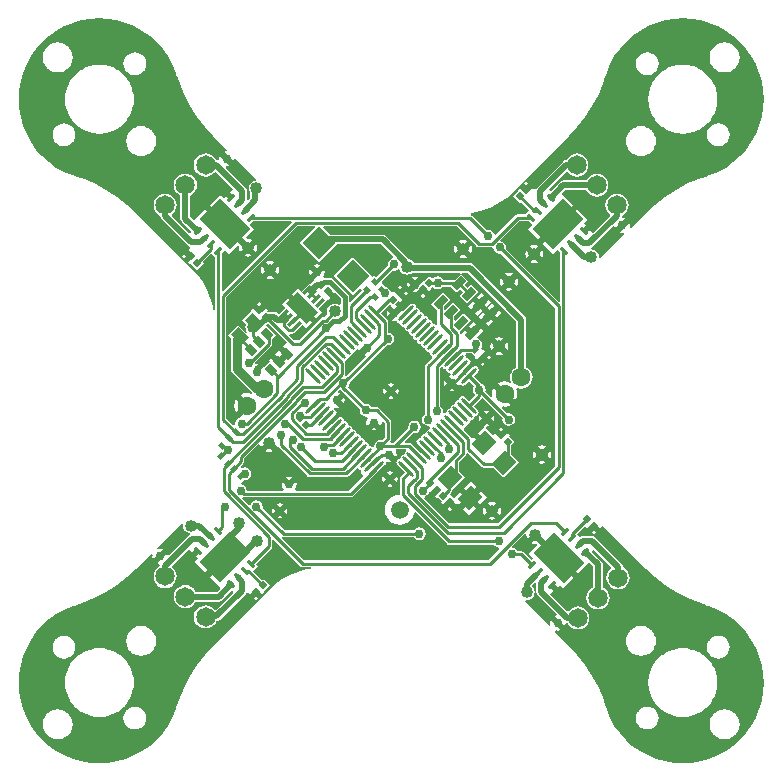
<source format=gbl>
G04 Layer_Physical_Order=2*
G04 Layer_Color=16711680*
%FSAX24Y24*%
%MOIN*%
G70*
G01*
G75*
G04:AMPARAMS|DCode=10|XSize=21.7mil|YSize=17.7mil|CornerRadius=0mil|HoleSize=0mil|Usage=FLASHONLY|Rotation=45.000|XOffset=0mil|YOffset=0mil|HoleType=Round|Shape=Rectangle|*
%AMROTATEDRECTD10*
4,1,4,-0.0014,-0.0139,-0.0139,-0.0014,0.0014,0.0139,0.0139,0.0014,-0.0014,-0.0139,0.0*
%
%ADD10ROTATEDRECTD10*%

%ADD11P,0.0290X4X270.0*%
%ADD12P,0.0290X4X360.0*%
G04:AMPARAMS|DCode=19|XSize=21.7mil|YSize=17.7mil|CornerRadius=0mil|HoleSize=0mil|Usage=FLASHONLY|Rotation=315.000|XOffset=0mil|YOffset=0mil|HoleType=Round|Shape=Rectangle|*
%AMROTATEDRECTD19*
4,1,4,-0.0139,0.0014,-0.0014,0.0139,0.0139,-0.0014,0.0014,-0.0139,-0.0139,0.0014,0.0*
%
%ADD19ROTATEDRECTD19*%

%ADD33C,0.0100*%
%ADD34C,0.0200*%
%ADD35C,0.0150*%
%ADD36C,0.0630*%
%ADD37C,0.0591*%
%ADD38C,0.0650*%
%ADD39C,0.0400*%
%ADD40C,0.0300*%
%ADD41C,0.0197*%
G04:AMPARAMS|DCode=42|XSize=141.7mil|YSize=98.4mil|CornerRadius=0mil|HoleSize=0mil|Usage=FLASHONLY|Rotation=45.000|XOffset=0mil|YOffset=0mil|HoleType=Round|Shape=Rectangle|*
%AMROTATEDRECTD42*
4,1,4,-0.0153,-0.0849,-0.0849,-0.0153,0.0153,0.0849,0.0849,0.0153,-0.0153,-0.0849,0.0*
%
%ADD42ROTATEDRECTD42*%

G04:AMPARAMS|DCode=43|XSize=13.8mil|YSize=29.5mil|CornerRadius=0mil|HoleSize=0mil|Usage=FLASHONLY|Rotation=45.000|XOffset=0mil|YOffset=0mil|HoleType=Round|Shape=Rectangle|*
%AMROTATEDRECTD43*
4,1,4,0.0056,-0.0153,-0.0153,0.0056,-0.0056,0.0153,0.0153,-0.0056,0.0056,-0.0153,0.0*
%
%ADD43ROTATEDRECTD43*%

G04:AMPARAMS|DCode=44|XSize=141.7mil|YSize=98.4mil|CornerRadius=0mil|HoleSize=0mil|Usage=FLASHONLY|Rotation=135.000|XOffset=0mil|YOffset=0mil|HoleType=Round|Shape=Rectangle|*
%AMROTATEDRECTD44*
4,1,4,0.0849,-0.0153,0.0153,-0.0849,-0.0849,0.0153,-0.0153,0.0849,0.0849,-0.0153,0.0*
%
%ADD44ROTATEDRECTD44*%

G04:AMPARAMS|DCode=45|XSize=13.8mil|YSize=29.5mil|CornerRadius=0mil|HoleSize=0mil|Usage=FLASHONLY|Rotation=135.000|XOffset=0mil|YOffset=0mil|HoleType=Round|Shape=Rectangle|*
%AMROTATEDRECTD45*
4,1,4,0.0153,0.0056,-0.0056,-0.0153,-0.0153,-0.0056,0.0056,0.0153,0.0153,0.0056,0.0*
%
%ADD45ROTATEDRECTD45*%

G04:AMPARAMS|DCode=46|XSize=43.3mil|YSize=23.6mil|CornerRadius=0mil|HoleSize=0mil|Usage=FLASHONLY|Rotation=225.000|XOffset=0mil|YOffset=0mil|HoleType=Round|Shape=Rectangle|*
%AMROTATEDRECTD46*
4,1,4,0.0070,0.0237,0.0237,0.0070,-0.0070,-0.0237,-0.0237,-0.0070,0.0070,0.0237,0.0*
%
%ADD46ROTATEDRECTD46*%

%ADD47P,0.1114X4X90.0*%
G04:AMPARAMS|DCode=48|XSize=96.1mil|YSize=55.1mil|CornerRadius=0mil|HoleSize=0mil|Usage=FLASHONLY|Rotation=135.000|XOffset=0mil|YOffset=0mil|HoleType=Round|Shape=Rectangle|*
%AMROTATEDRECTD48*
4,1,4,0.0535,-0.0145,0.0145,-0.0535,-0.0535,0.0145,-0.0145,0.0535,0.0535,-0.0145,0.0*
%
%ADD48ROTATEDRECTD48*%

G04:AMPARAMS|DCode=49|XSize=9.8mil|YSize=35.4mil|CornerRadius=0mil|HoleSize=0mil|Usage=FLASHONLY|Rotation=135.000|XOffset=0mil|YOffset=0mil|HoleType=Round|Shape=Rectangle|*
%AMROTATEDRECTD49*
4,1,4,0.0160,0.0090,-0.0090,-0.0160,-0.0160,-0.0090,0.0090,0.0160,0.0160,0.0090,0.0*
%
%ADD49ROTATEDRECTD49*%

G04:AMPARAMS|DCode=50|XSize=23.6mil|YSize=35.4mil|CornerRadius=0mil|HoleSize=0mil|Usage=FLASHONLY|Rotation=45.000|XOffset=0mil|YOffset=0mil|HoleType=Round|Shape=Rectangle|*
%AMROTATEDRECTD50*
4,1,4,0.0042,-0.0209,-0.0209,0.0042,-0.0042,0.0209,0.0209,-0.0042,0.0042,-0.0209,0.0*
%
%ADD50ROTATEDRECTD50*%

G04:AMPARAMS|DCode=51|XSize=51.2mil|YSize=33.5mil|CornerRadius=0mil|HoleSize=0mil|Usage=FLASHONLY|Rotation=135.000|XOffset=0mil|YOffset=0mil|HoleType=Round|Shape=Rectangle|*
%AMROTATEDRECTD51*
4,1,4,0.0299,-0.0063,0.0063,-0.0299,-0.0299,0.0063,-0.0063,0.0299,0.0299,-0.0063,0.0*
%
%ADD51ROTATEDRECTD51*%

G04:AMPARAMS|DCode=52|XSize=11.8mil|YSize=70.9mil|CornerRadius=0mil|HoleSize=0mil|Usage=FLASHONLY|Rotation=135.000|XOffset=0mil|YOffset=0mil|HoleType=Round|Shape=Round|*
%AMOVALD52*
21,1,0.0591,0.0118,0.0000,0.0000,225.0*
1,1,0.0118,0.0209,0.0209*
1,1,0.0118,-0.0209,-0.0209*
%
%ADD52OVALD52*%

G04:AMPARAMS|DCode=53|XSize=11.8mil|YSize=70.9mil|CornerRadius=0mil|HoleSize=0mil|Usage=FLASHONLY|Rotation=45.000|XOffset=0mil|YOffset=0mil|HoleType=Round|Shape=Round|*
%AMOVALD53*
21,1,0.0591,0.0118,0.0000,0.0000,135.0*
1,1,0.0118,0.0209,-0.0209*
1,1,0.0118,-0.0209,0.0209*
%
%ADD53OVALD53*%

G04:AMPARAMS|DCode=54|XSize=63mil|YSize=55mil|CornerRadius=0mil|HoleSize=0mil|Usage=FLASHONLY|Rotation=45.000|XOffset=0mil|YOffset=0mil|HoleType=Round|Shape=Rectangle|*
%AMROTATEDRECTD54*
4,1,4,-0.0028,-0.0417,-0.0417,-0.0028,0.0028,0.0417,0.0417,0.0028,-0.0028,-0.0417,0.0*
%
%ADD54ROTATEDRECTD54*%

%ADD55C,0.0300*%
G36*
X046768Y030627D02*
X046741Y030589D01*
X046741Y030589D01*
X046657Y030505D01*
X046853Y030309D01*
X046712Y030168D01*
X046516Y030364D01*
X046393Y030241D01*
X046589Y030045D01*
X046447Y029903D01*
X046252Y030099D01*
X046168Y030016D01*
X046197Y029987D01*
X046022Y029812D01*
X045975Y029817D01*
X045893Y029872D01*
X045795Y029891D01*
X045760Y029884D01*
X045726Y029919D01*
X045719Y029950D01*
X046247Y030477D01*
X046247Y030477D01*
X046271Y030513D01*
X046279Y030555D01*
Y030737D01*
X046407Y030865D01*
X046088Y031184D01*
X046149Y031246D01*
X046768Y030627D01*
D02*
G37*
G36*
X053093Y033832D02*
X053093Y033832D01*
X053129Y033808D01*
X053172Y033800D01*
X053605Y033800D01*
X053605Y033800D01*
X053612Y033801D01*
X053622Y033796D01*
X053662Y033762D01*
X053675Y033698D01*
X053721Y033629D01*
X053790Y033583D01*
X053871Y033567D01*
X053918Y033576D01*
X055725Y031769D01*
Y026500D01*
X053810Y024586D01*
X052192D01*
X051352Y025427D01*
X051366Y025474D01*
X051392Y025480D01*
X051461Y025526D01*
X051508Y025595D01*
X051513Y025621D01*
X051561Y025635D01*
X051562Y025634D01*
X051705Y025777D01*
X051846Y025636D01*
X051703Y025493D01*
X051776Y025420D01*
X051805Y025449D01*
X051943Y025311D01*
X051914Y025282D01*
X051986Y025210D01*
X052129Y025353D01*
X052200Y025282D01*
X052271Y025353D01*
X052414Y025210D01*
X052463Y025260D01*
X052509Y025213D01*
X052732Y025436D01*
X052537Y025631D01*
X052338Y025431D01*
X052200Y025569D01*
X052234Y025605D01*
X052245Y025616D01*
X052245Y025616D01*
X052269Y025652D01*
X052277Y025694D01*
Y025711D01*
X052702Y026136D01*
X052512Y026327D01*
X052512Y026624D01*
X052733Y026845D01*
X052733Y026845D01*
X052757Y026881D01*
X052760Y026898D01*
X052814Y026915D01*
X053254Y026475D01*
X053254Y026475D01*
X053290Y026451D01*
X053333Y026442D01*
X053637D01*
X053642Y026443D01*
X053998Y026088D01*
X054527Y026617D01*
X054256Y026888D01*
Y027181D01*
X054373Y027298D01*
X054179Y027491D01*
X054208Y027520D01*
X054135Y027593D01*
X053992Y027450D01*
X053922Y027520D01*
X053851Y027450D01*
X053708Y027593D01*
X053658Y027543D01*
X053424Y027777D01*
X053427Y027794D01*
X053444Y027828D01*
X053527Y027845D01*
X053432Y027939D01*
X053337Y027845D01*
X053354Y027790D01*
X053160Y027596D01*
X053425Y027331D01*
X053283Y027190D01*
X053018Y027455D01*
X052985Y027422D01*
X052931Y027438D01*
X052931Y027439D01*
X052907Y027475D01*
X052907Y027475D01*
X052672Y027709D01*
X052674Y027729D01*
X052685Y027767D01*
X052715Y027787D01*
X052741Y027826D01*
X052745Y027845D01*
X052763Y027879D01*
X052797Y027897D01*
X052815Y027900D01*
X052855Y027927D01*
X052881Y027966D01*
X052884Y027984D01*
X052902Y028018D01*
X052936Y028036D01*
X052955Y028040D01*
X052994Y028066D01*
X053020Y028105D01*
X053024Y028124D01*
X053048Y028170D01*
X053094Y028179D01*
X053133Y028205D01*
X053159Y028244D01*
X053168Y028290D01*
X053159Y028336D01*
X053133Y028375D01*
X053003Y028505D01*
X053263Y028766D01*
X053263Y028766D01*
X053294Y028769D01*
X053971Y028092D01*
X053961Y028045D01*
X053978Y027964D01*
X054024Y027895D01*
X054093Y027848D01*
X054174Y027832D01*
X054256Y027848D01*
X054325Y027895D01*
X054371Y027964D01*
X054388Y028045D01*
X054371Y028127D01*
X054325Y028196D01*
X054256Y028242D01*
X054174Y028259D01*
X054128Y028249D01*
X053940Y028437D01*
X053963Y028485D01*
X054033Y028475D01*
X054141Y028490D01*
X054242Y028531D01*
X054249Y028537D01*
X053962Y028823D01*
X053676Y029110D01*
X053671Y029103D01*
X053629Y029002D01*
X053614Y028894D01*
X053624Y028824D01*
X053576Y028801D01*
X053388Y028989D01*
X053398Y029035D01*
X053381Y029117D01*
X053335Y029186D01*
X053266Y029232D01*
X053264Y029233D01*
X053263Y029234D01*
X053263Y029234D01*
X053003Y029495D01*
X053133Y029625D01*
X053159Y029664D01*
X053168Y029710D01*
X053159Y029756D01*
X053133Y029795D01*
X053094Y029821D01*
X053066Y029827D01*
X053071Y029849D01*
X053067Y029866D01*
X053027Y029826D01*
X053002Y029821D01*
X052963Y029795D01*
X052754Y029586D01*
X052646Y029694D01*
X052855Y029903D01*
X052881Y029942D01*
X052886Y029968D01*
X052926Y030008D01*
X052909Y030011D01*
X052886Y030007D01*
X052881Y030034D01*
X052855Y030073D01*
X052815Y030100D01*
X052769Y030109D01*
X052751Y030127D01*
X052741Y030174D01*
X052723Y030202D01*
X052736Y030240D01*
X052745Y030252D01*
X052934D01*
X053043Y030143D01*
X053029Y030098D01*
X053032Y030096D01*
X053032Y030096D01*
X053092Y030036D01*
X053386Y030330D01*
X053326Y030390D01*
X053326Y030390D01*
X053324Y030393D01*
X053279Y030379D01*
X053239Y030420D01*
X053275Y030474D01*
X053292Y030556D01*
X053275Y030637D01*
X053229Y030706D01*
X053160Y030753D01*
X053139Y030757D01*
X053124Y030805D01*
X053319Y030999D01*
X053235Y031083D01*
X053011Y030859D01*
X052941Y030930D01*
X052870Y030859D01*
X052716Y031013D01*
X052603Y030901D01*
X052579Y030905D01*
X052551Y030919D01*
X052545Y030952D01*
X052534Y030968D01*
X052913Y031347D01*
X052662Y031598D01*
X052402Y031337D01*
X052356Y031357D01*
Y031486D01*
X052565Y031695D01*
X052314Y031946D01*
X052054Y031685D01*
X052008Y031705D01*
Y031834D01*
X052217Y032043D01*
X051966Y032294D01*
X051577Y031904D01*
X051785Y031695D01*
X051785Y031230D01*
X051791Y031202D01*
X051744Y031183D01*
X051741Y031187D01*
X051702Y031213D01*
X051656Y031222D01*
X051637Y031241D01*
X051628Y031287D01*
X051602Y031326D01*
X051563Y031352D01*
X051517Y031361D01*
X051498Y031380D01*
X051489Y031426D01*
X051463Y031465D01*
X051424Y031491D01*
X051377Y031501D01*
X051359Y031519D01*
X051350Y031565D01*
X051323Y031605D01*
X051284Y031631D01*
X051238Y031640D01*
X051220Y031659D01*
X051210Y031705D01*
X051184Y031744D01*
X051145Y031770D01*
X051126Y031774D01*
X051080Y031798D01*
X051071Y031844D01*
X051045Y031883D01*
X051006Y031909D01*
X050960Y031918D01*
X050914Y031909D01*
X050875Y031883D01*
X050642Y031650D01*
X050594Y031665D01*
X050592Y031676D01*
X050261Y031345D01*
X050356Y031326D01*
X050430Y031341D01*
X050431Y031334D01*
X050457Y031295D01*
X050496Y031269D01*
X050515Y031265D01*
X050561Y031241D01*
X050570Y031195D01*
X050596Y031156D01*
X050635Y031130D01*
X050682Y031121D01*
X050700Y031102D01*
X050709Y031056D01*
X050736Y031017D01*
X050775Y030991D01*
X050821Y030981D01*
X050839Y030963D01*
X050849Y030917D01*
X050875Y030877D01*
X050914Y030851D01*
X050960Y030842D01*
X050979Y030823D01*
X050988Y030777D01*
X051014Y030738D01*
X051053Y030712D01*
X051099Y030703D01*
X051118Y030684D01*
X051127Y030638D01*
X051153Y030599D01*
X051192Y030573D01*
X051238Y030564D01*
X051257Y030545D01*
X051266Y030499D01*
X051292Y030460D01*
X051331Y030434D01*
X051377Y030425D01*
X051396Y030406D01*
X051405Y030360D01*
X051432Y030321D01*
X051471Y030295D01*
X051517Y030285D01*
X051535Y030267D01*
X051545Y030221D01*
X051571Y030182D01*
X051601Y030161D01*
X051612Y030123D01*
X051614Y030104D01*
X051409Y029898D01*
X051385Y029862D01*
X051376Y029820D01*
Y028223D01*
X051337Y028196D01*
X051291Y028127D01*
X051274Y028045D01*
X051291Y027964D01*
X051337Y027895D01*
X051406Y027848D01*
X051487Y027832D01*
X051525Y027840D01*
X051555Y027795D01*
X051545Y027779D01*
X051541Y027761D01*
X051523Y027727D01*
X051489Y027709D01*
X051471Y027705D01*
X051432Y027679D01*
X051405Y027640D01*
X051402Y027622D01*
X051384Y027588D01*
X051350Y027570D01*
X051331Y027566D01*
X051292Y027540D01*
X051266Y027501D01*
X051262Y027482D01*
X051245Y027448D01*
X051211Y027431D01*
X051192Y027427D01*
X051153Y027401D01*
X051127Y027362D01*
X051122Y027334D01*
X051099Y027339D01*
X051082Y027335D01*
X051122Y027295D01*
X051127Y027270D01*
X051153Y027231D01*
X051362Y027022D01*
X051254Y026914D01*
X051045Y027123D01*
X051006Y027149D01*
X051006Y027149D01*
X050914Y027240D01*
X050901Y027249D01*
X050901Y027249D01*
X050878Y027264D01*
X050836Y027273D01*
X050725D01*
X050706Y027319D01*
X050981Y027594D01*
X051028Y027585D01*
X051109Y027601D01*
X051179Y027647D01*
X051225Y027716D01*
X051241Y027798D01*
X051225Y027879D01*
X051179Y027949D01*
X051109Y027995D01*
X051028Y028011D01*
X050946Y027995D01*
X050877Y027949D01*
X050831Y027879D01*
X050815Y027798D01*
X050824Y027751D01*
X050345Y027273D01*
X050230D01*
X050211Y027319D01*
X050223Y027330D01*
X050223Y027330D01*
X050247Y027366D01*
X050255Y027409D01*
X050255Y027975D01*
X050255Y027975D01*
X050247Y028017D01*
X050223Y028053D01*
X049847Y028429D01*
X049811Y028453D01*
X049768Y028461D01*
X049768D01*
X049592D01*
X049566Y028501D01*
X049496Y028547D01*
X049415Y028563D01*
X049368Y028554D01*
X048816Y029106D01*
X048856Y029166D01*
X048872Y029247D01*
X048863Y029294D01*
X050097Y030529D01*
X050144Y030519D01*
X050226Y030535D01*
X050295Y030582D01*
X050341Y030651D01*
X050357Y030732D01*
X050341Y030814D01*
X050295Y030883D01*
X050226Y030929D01*
X050144Y030946D01*
X050144Y031305D01*
X050144Y031305D01*
X050135Y031348D01*
X050111Y031384D01*
X050111Y031384D01*
X050069Y031426D01*
X050069Y031426D01*
X050043Y031465D01*
X049913Y031596D01*
X050220Y031903D01*
X050259Y031864D01*
X050250Y031828D01*
X050356Y031722D01*
X050451Y031817D01*
X050405Y031826D01*
X050389Y031880D01*
X050509Y032001D01*
X050538Y031972D01*
X050611Y032044D01*
X050467Y032187D01*
X050324Y032330D01*
X050293Y032299D01*
X050239Y032315D01*
X050235Y032334D01*
X050189Y032403D01*
X050119Y032450D01*
X050080Y032457D01*
X049937Y032601D01*
X049941Y032649D01*
X050312Y033020D01*
X050359Y033011D01*
X050441Y033027D01*
X050482Y033055D01*
X050541Y033037D01*
X050554Y033006D01*
X050596Y032952D01*
X050650Y032910D01*
X050713Y032884D01*
X050780Y032875D01*
X050848Y032884D01*
X050911Y032910D01*
X050950Y032940D01*
X050957Y032939D01*
X052541D01*
X052562Y032889D01*
X052550Y032878D01*
X052370Y032697D01*
X051996Y032697D01*
X051956Y032757D01*
X051887Y032803D01*
X051806Y032819D01*
X051724Y032803D01*
X051655Y032757D01*
X051615Y032753D01*
X051528Y032840D01*
X051350Y032662D01*
X051308Y032674D01*
X050941Y032308D01*
X051036Y032289D01*
X051071Y032296D01*
X051235Y032460D01*
X051305Y032389D01*
X051376Y032460D01*
X051519Y032316D01*
X051592Y032389D01*
X051563Y032418D01*
X051605Y032460D01*
X051655Y032456D01*
X051724Y032409D01*
X051806Y032393D01*
X051887Y032409D01*
X051956Y032456D01*
X051969Y032475D01*
X052231D01*
X052440Y032266D01*
X052556Y032382D01*
X052653Y032285D01*
X052537Y032168D01*
X052788Y031918D01*
X053177Y032308D01*
X052927Y032558D01*
X052810Y032442D01*
X052713Y032539D01*
X052829Y032656D01*
X052608Y032877D01*
X052596Y032889D01*
X052616Y032939D01*
X052799D01*
X054428Y031311D01*
Y029788D01*
X054401Y029777D01*
X054323Y029717D01*
X054263Y029639D01*
X054225Y029548D01*
X054213Y029451D01*
X054225Y029353D01*
X054243Y029310D01*
X054205Y029272D01*
X054141Y029298D01*
X054033Y029313D01*
X053925Y029298D01*
X053824Y029256D01*
X053817Y029251D01*
X054104Y028965D01*
X054390Y028678D01*
X054396Y028685D01*
X054437Y028786D01*
X054452Y028894D01*
X054437Y029002D01*
X054411Y029066D01*
X054449Y029104D01*
X054492Y029086D01*
X054590Y029073D01*
X054687Y029086D01*
X054778Y029124D01*
X054857Y029184D01*
X054917Y029262D01*
X054954Y029353D01*
X054967Y029451D01*
X054954Y029548D01*
X054917Y029639D01*
X054857Y029717D01*
X054778Y029777D01*
X054752Y029788D01*
Y031378D01*
X054740Y031440D01*
X054704Y031492D01*
X052981Y033216D01*
X052928Y033251D01*
X052866Y033263D01*
X051008D01*
X051007Y033267D01*
X050965Y033321D01*
X050911Y033363D01*
X050849Y033389D01*
X050824Y033425D01*
X050088Y034162D01*
X050035Y034197D01*
X049973Y034209D01*
X048227D01*
X047987Y034449D01*
X048006Y034495D01*
X052430Y034495D01*
X053093Y033832D01*
D02*
G37*
G36*
X051930Y029806D02*
X051968Y029794D01*
X051988Y029764D01*
X052027Y029738D01*
X052073Y029729D01*
X052092Y029710D01*
X052101Y029664D01*
X052127Y029625D01*
X052167Y029599D01*
X052213Y029589D01*
X052231Y029571D01*
X052236Y029548D01*
X052208Y029491D01*
X052171Y029484D01*
X052336Y029318D01*
X052501Y029153D01*
X052507Y029181D01*
X052561Y029197D01*
X052584Y029181D01*
X052630Y029172D01*
X052676Y029181D01*
X052715Y029207D01*
X052846Y029337D01*
X053019Y029164D01*
X052988Y029117D01*
X052971Y029035D01*
X052988Y028954D01*
X053034Y028885D01*
X053037Y028854D01*
X052846Y028663D01*
X052715Y028793D01*
X052676Y028819D01*
X052630Y028828D01*
X052584Y028819D01*
X052545Y028793D01*
X052519Y028754D01*
X052515Y028735D01*
X052491Y028689D01*
X052445Y028680D01*
X052406Y028654D01*
X052380Y028615D01*
X052376Y028596D01*
X052358Y028562D01*
X052324Y028544D01*
X052306Y028541D01*
X052267Y028514D01*
X052241Y028475D01*
X052237Y028457D01*
X052219Y028423D01*
X052185Y028405D01*
X052167Y028401D01*
X052127Y028375D01*
X052101Y028336D01*
X052098Y028317D01*
X052080Y028284D01*
X052046Y028266D01*
X052027Y028262D01*
X052020Y028257D01*
X051975Y028288D01*
X051983Y028328D01*
X051967Y028410D01*
X051921Y028479D01*
X051881Y028505D01*
X051881Y029770D01*
X051920Y029806D01*
X051930Y029806D01*
D02*
G37*
G36*
X046933Y034608D02*
X044644Y032320D01*
X044598Y032339D01*
Y033601D01*
X044705Y033708D01*
X044852Y033560D01*
X045133Y033841D01*
X045180Y033818D01*
X045174Y033773D01*
X045185Y033695D01*
X045206Y033643D01*
X045607Y034044D01*
X045555Y034065D01*
X045477Y034076D01*
X045432Y034070D01*
X045409Y034117D01*
X045690Y034398D01*
X045542Y034545D01*
X045652Y034655D01*
X045975D01*
X046914D01*
X046933Y034608D01*
D02*
G37*
G36*
X047723Y034449D02*
X047214Y033941D01*
X047855Y033301D01*
X048439Y033885D01*
X049906D01*
X050317Y033474D01*
X050302Y033426D01*
X050277Y033421D01*
X050208Y033375D01*
X050162Y033306D01*
X050146Y033224D01*
X050155Y033178D01*
X049758Y032780D01*
X049690Y032848D01*
X049651Y032810D01*
X049609Y032827D01*
X049603Y032833D01*
X048968Y033468D01*
X048328Y032827D01*
X048968Y032187D01*
X049187Y032406D01*
X049230Y032389D01*
X049235Y032384D01*
X049268Y032347D01*
X048895Y031975D01*
X048849Y031994D01*
Y032145D01*
X048839Y032197D01*
X048809Y032241D01*
X048312Y032738D01*
X048268Y032768D01*
X048216Y032778D01*
X048023D01*
X048013Y032776D01*
X047983Y032821D01*
X048011Y032862D01*
X048030Y032960D01*
X048011Y033054D01*
X047675Y032718D01*
X047679Y032702D01*
X047681Y032673D01*
X047655Y032655D01*
X047574Y032574D01*
X047550Y032598D01*
X047394Y032442D01*
X047381Y032433D01*
X047373Y032421D01*
X047260Y032309D01*
X047135Y032434D01*
X046941Y032239D01*
X047351Y031828D01*
X047761Y031418D01*
X047956Y031613D01*
X047831Y031738D01*
X048096Y032003D01*
X048134Y032032D01*
X048134D01*
X048134Y032032D01*
X048206Y032104D01*
X048063Y032247D01*
X048205Y032389D01*
X048348Y032246D01*
X048383Y032281D01*
X048576Y032088D01*
Y031887D01*
X048526Y031863D01*
X048509Y031876D01*
X048446Y031902D01*
X048378Y031911D01*
X048311Y031902D01*
X048248Y031876D01*
X048194Y031834D01*
X048152Y031780D01*
X048126Y031717D01*
X048117Y031649D01*
X048126Y031582D01*
X048134Y031562D01*
X048028Y031456D01*
X047986D01*
X047943Y031448D01*
X047907Y031424D01*
X047907Y031424D01*
X047169Y030685D01*
X047025D01*
X046856Y030854D01*
X046877Y030904D01*
X046955D01*
X046955D01*
X046998Y030913D01*
X047008Y030919D01*
X047010Y030917D01*
X047021Y030928D01*
X047034Y030937D01*
X047179Y031082D01*
X047188Y031094D01*
X047300Y031207D01*
X047425Y031082D01*
X047620Y031277D01*
X047209Y031687D01*
X046799Y032097D01*
X046604Y031902D01*
X046729Y031777D01*
X046503Y031551D01*
X046470Y031584D01*
X046418Y031619D01*
X046356Y031632D01*
X046157D01*
X046127Y031672D01*
X046147Y031692D01*
X046074Y031765D01*
X045931Y031622D01*
X045861Y031692D01*
X045790Y031622D01*
X045647Y031765D01*
X045574Y031692D01*
X045606Y031661D01*
X045296Y031350D01*
X045418Y031228D01*
X045401Y031189D01*
X045393Y031121D01*
X045401Y031054D01*
X045428Y030991D01*
X045455Y030955D01*
X045417Y030922D01*
X045142Y031197D01*
X044822Y030877D01*
X044920Y030779D01*
X044910Y030732D01*
X044910Y030732D01*
X044910Y029734D01*
X044927Y029652D01*
X044973Y029583D01*
X044973Y029583D01*
X045611Y028944D01*
X045583Y028902D01*
X045554Y028914D01*
X045446Y028928D01*
X045338Y028914D01*
X045237Y028872D01*
X045230Y028867D01*
X045517Y028580D01*
X045446Y028509D01*
X045517Y028439D01*
X045217Y028139D01*
X045210Y028106D01*
X045183Y028101D01*
X045114Y028055D01*
X045068Y027986D01*
X045052Y027904D01*
X045054Y027886D01*
X045047Y027869D01*
X044991Y027854D01*
X044757Y028088D01*
X044757Y032118D01*
X047135Y034495D01*
X047704D01*
X047723Y034449D01*
D02*
G37*
G36*
X049502Y030374D02*
X049337Y030208D01*
X049383Y030199D01*
X049399Y030145D01*
X048762Y029507D01*
X048720Y029531D01*
X048718Y029534D01*
X048726Y029574D01*
Y029939D01*
X048717Y029982D01*
X048746Y030011D01*
X048753Y030018D01*
X048790Y030042D01*
X048816Y030081D01*
X048820Y030100D01*
X048838Y030134D01*
X048872Y030152D01*
X048890Y030155D01*
X048929Y030182D01*
X048955Y030221D01*
X048965Y030267D01*
X049011Y030291D01*
X049029Y030295D01*
X049068Y030321D01*
X049095Y030360D01*
X049098Y030378D01*
X049103Y030388D01*
X049142Y030400D01*
X049191Y030371D01*
X049195Y030350D01*
X049361Y030515D01*
X049502Y030374D01*
D02*
G37*
G36*
X057222Y024432D02*
X057294Y024505D01*
X057334Y024479D01*
X058681Y023132D01*
X058713Y023095D01*
X058713Y023095D01*
X058749Y023062D01*
X059039Y022796D01*
X059390Y022527D01*
X059762Y022290D01*
X060154Y022085D01*
X060563Y021916D01*
X060734Y021862D01*
X060778Y021844D01*
X060778Y021844D01*
X060778Y021844D01*
X060862Y021820D01*
X061141Y021704D01*
X061406Y021558D01*
X061652Y021383D01*
X061877Y021182D01*
X062079Y020957D01*
X062253Y020710D01*
X062400Y020446D01*
X062515Y020167D01*
X062599Y019877D01*
X062649Y019579D01*
X062666Y019277D01*
X062649Y018976D01*
X062599Y018678D01*
X062515Y018388D01*
X062400Y018109D01*
X062253Y017844D01*
X062079Y017598D01*
X061877Y017373D01*
X061652Y017171D01*
X061406Y016997D01*
X061141Y016850D01*
X060862Y016735D01*
X060572Y016651D01*
X060274Y016601D01*
X059973Y016584D01*
X059671Y016601D01*
X059373Y016651D01*
X059083Y016735D01*
X058804Y016850D01*
X058540Y016997D01*
X058293Y017171D01*
X058068Y017373D01*
X057867Y017598D01*
X057692Y017844D01*
X057546Y018109D01*
X057430Y018388D01*
X057406Y018472D01*
X057406Y018472D01*
X057406Y018472D01*
X057387Y018517D01*
X057334Y018687D01*
X057165Y019096D01*
X056960Y019488D01*
X056723Y019860D01*
X056454Y020211D01*
X056155Y020537D01*
X056153Y020534D01*
X055720Y020967D01*
X055744Y021014D01*
X055801Y021002D01*
X055895Y021021D01*
X055730Y021186D01*
X055565Y021352D01*
X055546Y021257D01*
X055557Y021201D01*
X055511Y021176D01*
X054707Y021980D01*
X054731Y022027D01*
X054775Y022021D01*
X054843Y022030D01*
X054906Y022056D01*
X054960Y022098D01*
X055002Y022152D01*
X055028Y022215D01*
X055037Y022282D01*
X055028Y022350D01*
X055002Y022413D01*
X054960Y022467D01*
X054960Y022468D01*
X054956Y022527D01*
X055037Y022608D01*
X055041Y022607D01*
X055085Y022585D01*
Y022306D01*
X055097Y022244D01*
X055133Y022191D01*
X055767Y021556D01*
X055751Y021502D01*
X055706Y021493D01*
X055872Y021328D01*
X056037Y021163D01*
X056051Y021234D01*
X056078Y021257D01*
X056134Y021248D01*
X056137Y021240D01*
X056199Y021160D01*
X056279Y021098D01*
X056372Y021060D01*
X056473Y021047D01*
X056573Y021060D01*
X056666Y021098D01*
X056746Y021160D01*
X056808Y021240D01*
X056847Y021334D01*
X056860Y021434D01*
X056847Y021534D01*
X056808Y021628D01*
X056746Y021708D01*
X056666Y021769D01*
X056573Y021808D01*
X056473Y021821D01*
X056372Y021808D01*
X056279Y021769D01*
X056199Y021708D01*
X056168Y021668D01*
X056118Y021664D01*
X055590Y022192D01*
X055558Y022228D01*
X055662Y022333D01*
X055543Y022452D01*
X055684Y022594D01*
X055804Y022474D01*
X055871Y022542D01*
X055989Y022423D01*
X056337Y022771D01*
X055765Y023343D01*
X055907Y023485D01*
X056479Y022913D01*
X056827Y023261D01*
X056876Y023258D01*
X056982Y023152D01*
Y022456D01*
X056980Y022453D01*
X056951Y022441D01*
X056870Y022380D01*
X056809Y022299D01*
X056770Y022206D01*
X056757Y022106D01*
X056770Y022005D01*
X056809Y021912D01*
X056870Y021832D01*
X056951Y021770D01*
X057044Y021732D01*
X057144Y021718D01*
X057245Y021732D01*
X057338Y021770D01*
X057418Y021832D01*
X057480Y021912D01*
X057518Y022005D01*
X057532Y022106D01*
X057518Y022206D01*
X057480Y022299D01*
X057418Y022380D01*
X057338Y022441D01*
X057306Y022454D01*
Y023219D01*
X057294Y023281D01*
X057259Y023334D01*
X056948Y023645D01*
X056966Y023687D01*
X057015Y023703D01*
X057586Y023132D01*
X057582Y023082D01*
X057542Y023051D01*
X057481Y022971D01*
X057442Y022878D01*
X057429Y022777D01*
X057442Y022677D01*
X057481Y022584D01*
X057542Y022504D01*
X057622Y022442D01*
X057716Y022403D01*
X057816Y022390D01*
X057916Y022403D01*
X058010Y022442D01*
X058090Y022504D01*
X058152Y022584D01*
X058190Y022677D01*
X058203Y022777D01*
X058190Y022878D01*
X058152Y022971D01*
X058090Y023051D01*
X058010Y023113D01*
X057978Y023126D01*
Y023131D01*
X057966Y023193D01*
X057931Y023246D01*
X057059Y024117D01*
X057006Y024153D01*
X056944Y024165D01*
X056648D01*
X056586Y024153D01*
X056567Y024140D01*
X056518Y024138D01*
X056436Y024220D01*
X056686Y024471D01*
X056722Y024505D01*
X056794Y024432D01*
X056937Y024575D01*
X057008Y024505D01*
X057079Y024575D01*
X057222Y024432D01*
D02*
G37*
G36*
X055129Y024121D02*
X054929Y023921D01*
X054980Y023899D01*
X055058Y023889D01*
X055103Y023895D01*
X055126Y023848D01*
X054846Y023567D01*
X054993Y023420D01*
X054933Y023360D01*
X054660Y023634D01*
X054660Y023634D01*
X054624Y023658D01*
X054581Y023666D01*
X054458D01*
X054431Y023706D01*
X054362Y023752D01*
X054295Y023766D01*
X054272Y023814D01*
X054714Y024255D01*
X054761Y024232D01*
X054756Y024192D01*
X054766Y024113D01*
X054787Y024062D01*
X054988Y024262D01*
X055129Y024121D01*
D02*
G37*
G36*
X043312Y024555D02*
X043307Y024510D01*
X043315Y024442D01*
X043342Y024379D01*
X043383Y024325D01*
X043437Y024284D01*
X043500Y024257D01*
X043544Y024252D01*
X043546Y024201D01*
X043541Y024200D01*
X043489Y024165D01*
X042842Y023518D01*
X042787Y023535D01*
X042779Y023579D01*
X042448Y023249D01*
X042520Y023234D01*
X042543Y023208D01*
X042533Y023151D01*
X042526Y023148D01*
X042445Y023087D01*
X042384Y023006D01*
X042345Y022913D01*
X042332Y022813D01*
X042345Y022713D01*
X042384Y022619D01*
X042445Y022539D01*
X042526Y022477D01*
X042619Y022439D01*
X042719Y022425D01*
X042820Y022439D01*
X042913Y022477D01*
X042993Y022539D01*
X043055Y022619D01*
X043093Y022713D01*
X043107Y022813D01*
X043093Y022913D01*
X043055Y023006D01*
X042993Y023087D01*
X042953Y023118D01*
X042950Y023167D01*
X043477Y023695D01*
X043514Y023728D01*
X043618Y023623D01*
X043738Y023743D01*
X043879Y023601D01*
X043760Y023482D01*
X043827Y023414D01*
X043709Y023296D01*
X044057Y022948D01*
X044629Y023520D01*
X044770Y023379D01*
X044198Y022807D01*
X044546Y022459D01*
X044544Y022410D01*
X044437Y022303D01*
X043740Y022303D01*
X043727Y022335D01*
X043665Y022415D01*
X043585Y022477D01*
X043491Y022515D01*
X043391Y022528D01*
X043291Y022515D01*
X043197Y022477D01*
X043117Y022415D01*
X043056Y022335D01*
X043017Y022241D01*
X043004Y022141D01*
X043017Y022041D01*
X043056Y021947D01*
X043117Y021867D01*
X043197Y021806D01*
X043291Y021767D01*
X043391Y021754D01*
X043491Y021767D01*
X043585Y021806D01*
X043665Y021867D01*
X043727Y021947D01*
X043740Y021979D01*
X044505D01*
X044567Y021991D01*
X044619Y022026D01*
X044930Y022337D01*
X044973Y022320D01*
X044988Y022270D01*
X044417Y021700D01*
X044368Y021703D01*
X044337Y021743D01*
X044257Y021805D01*
X044163Y021843D01*
X044063Y021857D01*
X043963Y021843D01*
X043869Y021805D01*
X043789Y021743D01*
X043727Y021663D01*
X043689Y021570D01*
X043675Y021469D01*
X043689Y021369D01*
X043727Y021276D01*
X043789Y021195D01*
X043869Y021134D01*
X043963Y021095D01*
X044063Y021082D01*
X044163Y021095D01*
X044257Y021134D01*
X044337Y021195D01*
X044398Y021276D01*
X044416Y021319D01*
X044428D01*
X044490Y021331D01*
X044543Y021367D01*
X045403Y022226D01*
X045425Y022259D01*
X045479Y022270D01*
X045486Y022268D01*
X045532Y022222D01*
X045675Y022365D01*
X045746Y022295D01*
X045817Y022365D01*
X045960Y022222D01*
X046032Y022295D01*
X046003Y022324D01*
X046197Y022517D01*
X045969Y022746D01*
X045933Y022710D01*
X045649Y022994D01*
X045827Y023171D01*
X045759Y023238D01*
X046263Y023742D01*
X046263Y023742D01*
X046287Y023778D01*
X046295Y023821D01*
X046295Y024022D01*
X046342Y024041D01*
X047224Y023158D01*
X047224Y023158D01*
X047260Y023134D01*
X047303Y023126D01*
X047566D01*
X047570Y023076D01*
X047414Y023049D01*
X047138Y022970D01*
X046872Y022860D01*
X046620Y022720D01*
X046386Y022554D01*
X046171Y022362D01*
X046173Y022360D01*
X044382Y020569D01*
X044345Y020537D01*
X044345Y020537D01*
X044312Y020501D01*
X044046Y020211D01*
X043777Y019860D01*
X043540Y019488D01*
X043335Y019096D01*
X043166Y018687D01*
X043112Y018516D01*
X043094Y018472D01*
X043094Y018472D01*
X043094Y018472D01*
X043070Y018388D01*
X042954Y018109D01*
X042808Y017844D01*
X042633Y017598D01*
X042432Y017373D01*
X042207Y017171D01*
X041960Y016997D01*
X041696Y016850D01*
X041417Y016735D01*
X041127Y016651D01*
X040829Y016601D01*
X040527Y016584D01*
X040226Y016601D01*
X039928Y016651D01*
X039638Y016735D01*
X039359Y016850D01*
X039094Y016997D01*
X038848Y017171D01*
X038623Y017373D01*
X038421Y017598D01*
X038247Y017844D01*
X038100Y018109D01*
X037985Y018388D01*
X037901Y018678D01*
X037851Y018976D01*
X037834Y019277D01*
X037851Y019579D01*
X037901Y019877D01*
X037985Y020167D01*
X038100Y020446D01*
X038247Y020710D01*
X038421Y020957D01*
X038623Y021182D01*
X038848Y021383D01*
X039094Y021558D01*
X039359Y021704D01*
X039638Y021820D01*
X039722Y021844D01*
X039722Y021844D01*
X039722Y021844D01*
X039767Y021863D01*
X039937Y021916D01*
X040346Y022085D01*
X040738Y022290D01*
X041110Y022527D01*
X041461Y022796D01*
X041750Y023061D01*
X041787Y023095D01*
X041784Y023097D01*
X042253Y023566D01*
X042299Y023541D01*
X042288Y023485D01*
X042306Y023390D01*
X042637Y023721D01*
X042543Y023739D01*
X042486Y023728D01*
X042461Y023774D01*
X043265Y024578D01*
X043312Y024555D01*
D02*
G37*
G36*
X049211Y028397D02*
X049202Y028350D01*
X049218Y028269D01*
X049264Y028200D01*
X049333Y028153D01*
X049415Y028137D01*
X049462Y028146D01*
X049492Y028101D01*
X049449Y028037D01*
X049429Y027939D01*
X049448Y027845D01*
X049614Y028010D01*
X049684Y027939D01*
X049755Y028010D01*
X049920Y027845D01*
X049939Y027939D01*
X049936Y027954D01*
X049982Y027979D01*
X050033Y027929D01*
X050033Y027455D01*
X049943Y027365D01*
X049896Y027375D01*
X049815Y027358D01*
X049746Y027312D01*
X049700Y027243D01*
X049683Y027162D01*
X049691Y027123D01*
X049687Y027120D01*
X049625Y027123D01*
X049586Y027149D01*
X049540Y027158D01*
X049521Y027177D01*
X049512Y027223D01*
X049486Y027262D01*
X049447Y027288D01*
X049428Y027292D01*
X049382Y027316D01*
X049373Y027362D01*
X049347Y027401D01*
X049308Y027427D01*
X049262Y027436D01*
X049243Y027455D01*
X049234Y027501D01*
X049208Y027540D01*
X049169Y027566D01*
X049123Y027575D01*
X049104Y027594D01*
X049095Y027640D01*
X049068Y027679D01*
X049029Y027705D01*
X048983Y027715D01*
X048965Y027733D01*
X048955Y027779D01*
X048929Y027818D01*
X048890Y027845D01*
X048844Y027854D01*
X048825Y027873D01*
X048816Y027919D01*
X048790Y027958D01*
X048751Y027984D01*
X048705Y027993D01*
X048686Y028012D01*
X048677Y028058D01*
X048651Y028097D01*
X048612Y028123D01*
X048584Y028128D01*
X048589Y028151D01*
X048585Y028168D01*
X048545Y028128D01*
X048520Y028123D01*
X048481Y028097D01*
X048272Y027888D01*
X048164Y027996D01*
X048373Y028205D01*
X048399Y028244D01*
X048404Y028269D01*
X048444Y028310D01*
X048427Y028313D01*
X048404Y028309D01*
X048399Y028336D01*
X048373Y028375D01*
X048333Y028401D01*
X048349Y028446D01*
X048447Y028427D01*
X048542Y028446D01*
X048376Y028611D01*
X048447Y028682D01*
X048376Y028753D01*
X048542Y028918D01*
X048496Y028927D01*
X048479Y028981D01*
X048553Y029055D01*
X049211Y028397D01*
D02*
G37*
G36*
X046473Y027120D02*
X046502Y027120D01*
X047453Y026170D01*
X047453Y026170D01*
X047489Y026146D01*
X047531Y026137D01*
X048751D01*
X048751D01*
X048794Y026146D01*
X048830Y026170D01*
X049099Y026439D01*
X049118Y026437D01*
X049156Y026426D01*
X049177Y026395D01*
X049216Y026369D01*
X049243Y026364D01*
X049239Y026341D01*
X049251Y026279D01*
X049286Y026227D01*
X049316Y026207D01*
X049327Y026147D01*
X048857Y025677D01*
X047072D01*
X047048Y025727D01*
X047091Y025791D01*
X047111Y025889D01*
X047092Y025983D01*
X046927Y025818D01*
X046856Y025889D01*
X046785Y025818D01*
X046620Y025983D01*
X046601Y025889D01*
X046620Y025791D01*
X046664Y025727D01*
X046640Y025677D01*
X045443D01*
X045426Y025758D01*
X045380Y025827D01*
X045311Y025874D01*
X045250Y025886D01*
X045243Y025938D01*
X045340Y026035D01*
X045371Y026029D01*
X045453Y026045D01*
X045522Y026092D01*
X045568Y026161D01*
X045584Y026242D01*
X045568Y026324D01*
X045522Y026393D01*
X045453Y026439D01*
X045371Y026455D01*
X045289Y026439D01*
X045289Y026439D01*
X045229Y026450D01*
X045220Y026467D01*
Y026468D01*
X045329Y026577D01*
X045329Y026577D01*
X045353Y026613D01*
X045362Y026655D01*
Y026752D01*
X045837Y027227D01*
X045889Y027209D01*
X045892Y027189D01*
X045913Y027138D01*
X046113Y027338D01*
X046184Y027268D01*
X046255Y027338D01*
X046473Y027120D01*
D02*
G37*
G36*
X050746Y027050D02*
X050761Y027000D01*
X050736Y026983D01*
X050709Y026944D01*
X050706Y026926D01*
X050688Y026892D01*
X050654Y026874D01*
X050635Y026870D01*
X050596Y026844D01*
X050570Y026805D01*
X050567Y026786D01*
X050549Y026753D01*
X050515Y026735D01*
X050496Y026731D01*
X050457Y026705D01*
X050431Y026666D01*
X050422Y026620D01*
X050431Y026574D01*
X050457Y026535D01*
X050705Y026287D01*
X050578Y026160D01*
X050578Y026160D01*
X050554Y026124D01*
X050545Y026081D01*
X050545Y026081D01*
X050545Y025548D01*
X050533Y025537D01*
X050404Y025520D01*
X050285Y025470D01*
X050182Y025391D01*
X050103Y025288D01*
X050053Y025169D01*
X050036Y025040D01*
X050053Y024912D01*
X050103Y024792D01*
X050182Y024689D01*
X050285Y024610D01*
X050404Y024561D01*
X050533Y024544D01*
X050661Y024561D01*
X050781Y024610D01*
X050884Y024689D01*
X050963Y024792D01*
X051012Y024912D01*
X051015Y024935D01*
X051063Y024951D01*
X052113Y023901D01*
X052113Y023901D01*
X052149Y023877D01*
X052191Y023868D01*
X053679Y023868D01*
X053706Y023829D01*
X053775Y023783D01*
X053842Y023769D01*
X053865Y023721D01*
X053492Y023348D01*
X047349D01*
X046603Y024094D01*
X046612Y024113D01*
X046632Y024136D01*
X046666Y024129D01*
X051014Y024129D01*
X051041Y024089D01*
X051110Y024043D01*
X051192Y024027D01*
X051273Y024043D01*
X051342Y024089D01*
X051388Y024158D01*
X051405Y024240D01*
X051388Y024322D01*
X051342Y024391D01*
X051273Y024437D01*
X051192Y024453D01*
X051110Y024437D01*
X051041Y024391D01*
X051014Y024351D01*
X046712D01*
X045964Y025100D01*
X045973Y025146D01*
X045957Y025228D01*
X045911Y025297D01*
X045841Y025343D01*
X045760Y025359D01*
X045678Y025343D01*
X045609Y025297D01*
X045563Y025228D01*
X045558Y025202D01*
X045510Y025187D01*
X045277Y025420D01*
X045286Y025438D01*
X045307Y025461D01*
X045341Y025454D01*
X048903D01*
X048946Y025463D01*
X048982Y025487D01*
X048982Y025487D01*
X049586Y026091D01*
X049586Y026091D01*
X049625Y026117D01*
X050043Y026535D01*
X050069Y026574D01*
X050078Y026620D01*
X050126Y026634D01*
X050179Y026624D01*
X050274Y026643D01*
X050109Y026808D01*
X050250Y026949D01*
X050415Y026784D01*
X050434Y026879D01*
X050415Y026976D01*
X050399Y027000D01*
X050425Y027050D01*
X050746D01*
D02*
G37*
G36*
X060274Y041399D02*
X060572Y041349D01*
X060862Y041265D01*
X061141Y041150D01*
X061406Y041003D01*
X061652Y040829D01*
X061877Y040627D01*
X062079Y040402D01*
X062253Y040156D01*
X062400Y039891D01*
X062515Y039612D01*
X062599Y039322D01*
X062649Y039024D01*
X062666Y038723D01*
X062649Y038421D01*
X062599Y038123D01*
X062515Y037833D01*
X062400Y037554D01*
X062253Y037290D01*
X062079Y037043D01*
X061877Y036818D01*
X061652Y036617D01*
X061406Y036442D01*
X061141Y036296D01*
X060862Y036180D01*
X060778Y036156D01*
X060778Y036156D01*
X060778Y036156D01*
X060733Y036137D01*
X060563Y036084D01*
X060154Y035915D01*
X059762Y035710D01*
X059390Y035473D01*
X059039Y035204D01*
X058750Y034939D01*
X058713Y034905D01*
X058716Y034903D01*
X058247Y034434D01*
X058201Y034459D01*
X058212Y034515D01*
X058194Y034610D01*
X057863Y034279D01*
X057957Y034261D01*
X058014Y034272D01*
X058039Y034226D01*
X057229Y033416D01*
X057182Y033440D01*
X057184Y033455D01*
X057175Y033522D01*
X057149Y033585D01*
X057107Y033640D01*
X057053Y033681D01*
X056990Y033707D01*
X056922Y033716D01*
X056921Y033764D01*
X056924Y033765D01*
X056976Y033800D01*
X057658Y034482D01*
X057713Y034465D01*
X057721Y034421D01*
X058052Y034752D01*
X057974Y034767D01*
X057953Y034789D01*
X057965Y034848D01*
X057974Y034852D01*
X058055Y034913D01*
X058116Y034994D01*
X058155Y035087D01*
X058168Y035187D01*
X058155Y035287D01*
X058116Y035381D01*
X058055Y035461D01*
X057974Y035523D01*
X057881Y035561D01*
X057781Y035575D01*
X057680Y035561D01*
X057587Y035523D01*
X057507Y035461D01*
X057445Y035381D01*
X057407Y035287D01*
X057393Y035187D01*
X057407Y035087D01*
X057445Y034994D01*
X057507Y034913D01*
X057547Y034882D01*
X057550Y034833D01*
X057023Y034305D01*
X056986Y034272D01*
X056882Y034377D01*
X056762Y034257D01*
X056621Y034399D01*
X056740Y034518D01*
X056673Y034586D01*
X056791Y034704D01*
X056443Y035052D01*
X055872Y034480D01*
X055300Y033908D01*
X055648Y033560D01*
X055795Y033708D01*
X055884Y033618D01*
Y031990D01*
X055838Y031971D01*
X054075Y033733D01*
X054085Y033780D01*
X054068Y033862D01*
X054022Y033931D01*
X053953Y033977D01*
X053908Y033986D01*
X053892Y034040D01*
X054514Y034662D01*
X054840D01*
X054958Y034545D01*
X054810Y034398D01*
X055158Y034050D01*
X055730Y034622D01*
X056302Y035193D01*
X055954Y035541D01*
X055956Y035590D01*
X056063Y035697D01*
X056760D01*
X056773Y035665D01*
X056835Y035585D01*
X056915Y035523D01*
X057009Y035485D01*
X057109Y035472D01*
X057209Y035485D01*
X057303Y035523D01*
X057383Y035585D01*
X057444Y035665D01*
X057483Y035759D01*
X057496Y035859D01*
X057483Y035959D01*
X057444Y036053D01*
X057383Y036133D01*
X057303Y036194D01*
X057209Y036233D01*
X057109Y036246D01*
X057009Y036233D01*
X056915Y036194D01*
X056835Y036133D01*
X056773Y036053D01*
X056760Y036021D01*
X055995Y036021D01*
X055933Y036009D01*
X055881Y035974D01*
X055570Y035663D01*
X055527Y035680D01*
X055512Y035730D01*
X056083Y036300D01*
X056132Y036297D01*
X056163Y036257D01*
X056244Y036195D01*
X056337Y036157D01*
X056437Y036143D01*
X056537Y036157D01*
X056631Y036195D01*
X056711Y036257D01*
X056773Y036337D01*
X056811Y036430D01*
X056825Y036531D01*
X056811Y036631D01*
X056773Y036724D01*
X056711Y036805D01*
X056631Y036866D01*
X056537Y036905D01*
X056437Y036918D01*
X056337Y036905D01*
X056244Y036866D01*
X056163Y036805D01*
X056102Y036724D01*
X056089Y036693D01*
X056084D01*
X056022Y036681D01*
X055969Y036645D01*
X055097Y035774D01*
X055075Y035741D01*
X055021Y035730D01*
X055014Y035732D01*
X054968Y035778D01*
X054825Y035635D01*
X054754Y035705D01*
X054683Y035635D01*
X054540Y035778D01*
X054468Y035705D01*
X054497Y035676D01*
X054303Y035483D01*
X054531Y035254D01*
X054567Y035290D01*
X054851Y035006D01*
X054729Y034885D01*
X054468Y034885D01*
X054425Y034876D01*
X054389Y034852D01*
X054389Y034852D01*
X053737Y034200D01*
X053683Y034216D01*
X053676Y034252D01*
X053629Y034321D01*
X053560Y034367D01*
X053479Y034383D01*
X053432Y034374D01*
X052962Y034844D01*
X052962Y034844D01*
X052926Y034868D01*
X052914Y034871D01*
X052915Y034922D01*
X053086Y034951D01*
X053362Y035030D01*
X053628Y035140D01*
X053880Y035280D01*
X054114Y035446D01*
X054329Y035638D01*
X054327Y035640D01*
X056118Y037431D01*
X056155Y037463D01*
X056155Y037463D01*
X056188Y037499D01*
X056454Y037789D01*
X056723Y038140D01*
X056960Y038512D01*
X057165Y038904D01*
X057334Y039313D01*
X057388Y039484D01*
X057406Y039528D01*
X057406Y039528D01*
X057406Y039528D01*
X057430Y039612D01*
X057546Y039891D01*
X057692Y040156D01*
X057867Y040402D01*
X058068Y040627D01*
X058293Y040829D01*
X058540Y041003D01*
X058804Y041150D01*
X059083Y041265D01*
X059373Y041349D01*
X059671Y041399D01*
X059973Y041416D01*
X060274Y041399D01*
D02*
G37*
G36*
X040829D02*
X041127Y041349D01*
X041417Y041265D01*
X041696Y041150D01*
X041960Y041003D01*
X042207Y040829D01*
X042432Y040627D01*
X042633Y040402D01*
X042808Y040156D01*
X042954Y039891D01*
X043070Y039612D01*
X043094Y039528D01*
X043094Y039528D01*
X043094Y039528D01*
X043113Y039483D01*
X043166Y039313D01*
X043335Y038904D01*
X043540Y038512D01*
X043777Y038140D01*
X044046Y037789D01*
X044311Y037500D01*
X044345Y037463D01*
X044347Y037466D01*
X044768Y037045D01*
X044749Y036993D01*
X044675Y036979D01*
X044841Y036814D01*
X045006Y036648D01*
X045021Y036722D01*
X045072Y036741D01*
X045750Y036063D01*
X045732Y036010D01*
X045692Y036005D01*
X045629Y035979D01*
X045575Y035938D01*
X045534Y035884D01*
X045507Y035821D01*
X045499Y035753D01*
X045507Y035685D01*
X045534Y035622D01*
X045562Y035585D01*
Y035421D01*
X045499Y035357D01*
X045495Y035357D01*
X045450Y035379D01*
Y035659D01*
X045438Y035721D01*
X045403Y035774D01*
X044732Y036445D01*
X044757Y036491D01*
X044770Y036488D01*
X044865Y036507D01*
X044699Y036672D01*
X044534Y036837D01*
X044515Y036743D01*
X044521Y036712D01*
X044478Y036681D01*
X044416Y036693D01*
X044411D01*
X044398Y036724D01*
X044337Y036805D01*
X044257Y036866D01*
X044163Y036905D01*
X044063Y036918D01*
X043963Y036905D01*
X043869Y036866D01*
X043789Y036805D01*
X043727Y036724D01*
X043689Y036631D01*
X043675Y036531D01*
X043689Y036430D01*
X043727Y036337D01*
X043789Y036257D01*
X043869Y036195D01*
X043963Y036157D01*
X044063Y036143D01*
X044163Y036157D01*
X044257Y036195D01*
X044337Y036257D01*
X044368Y036297D01*
X044417Y036300D01*
X044945Y035773D01*
X044978Y035736D01*
X044873Y035632D01*
X044993Y035512D01*
X044851Y035371D01*
X044732Y035490D01*
X044664Y035423D01*
X044546Y035541D01*
X044198Y035193D01*
X044770Y034622D01*
X044629Y034480D01*
X044057Y035052D01*
X043709Y034704D01*
X043660Y034706D01*
X043553Y034813D01*
Y035510D01*
X043585Y035523D01*
X043665Y035585D01*
X043727Y035665D01*
X043765Y035759D01*
X043778Y035859D01*
X043765Y035959D01*
X043727Y036053D01*
X043665Y036133D01*
X043585Y036194D01*
X043491Y036233D01*
X043391Y036246D01*
X043291Y036233D01*
X043197Y036194D01*
X043117Y036133D01*
X043056Y036053D01*
X043017Y035959D01*
X043004Y035859D01*
X043017Y035759D01*
X043056Y035665D01*
X043117Y035585D01*
X043197Y035523D01*
X043229Y035510D01*
Y034745D01*
X043241Y034683D01*
X043276Y034631D01*
X043587Y034320D01*
X043570Y034277D01*
X043520Y034262D01*
X042950Y034833D01*
X042953Y034882D01*
X042993Y034913D01*
X043055Y034994D01*
X043093Y035087D01*
X043107Y035187D01*
X043093Y035287D01*
X043055Y035381D01*
X042993Y035461D01*
X042913Y035523D01*
X042820Y035561D01*
X042719Y035575D01*
X042619Y035561D01*
X042526Y035523D01*
X042445Y035461D01*
X042384Y035381D01*
X042345Y035287D01*
X042332Y035187D01*
X042345Y035087D01*
X042384Y034994D01*
X042445Y034913D01*
X042526Y034852D01*
X042562Y034837D01*
Y034829D01*
X042575Y034767D01*
X042610Y034714D01*
X043476Y033847D01*
X043525Y033815D01*
X043530Y033808D01*
X043540Y033759D01*
X043490Y033709D01*
X043633Y033566D01*
X043563Y033495D01*
X043633Y033425D01*
X043490Y033282D01*
X043563Y033209D01*
X043591Y033238D01*
X043785Y033044D01*
X044014Y033273D01*
X043978Y033308D01*
X044257Y033587D01*
X044376Y033468D01*
Y031684D01*
X044326Y031680D01*
X044299Y031836D01*
X044220Y032112D01*
X044110Y032378D01*
X043970Y032630D01*
X043804Y032864D01*
X043612Y033079D01*
X043610Y033077D01*
X041784Y034903D01*
X041787Y034905D01*
X041461Y035204D01*
X041110Y035473D01*
X040738Y035710D01*
X040346Y035915D01*
X039937Y036084D01*
X039766Y036138D01*
X039722Y036156D01*
X039722Y036156D01*
X039722Y036156D01*
X039638Y036180D01*
X039359Y036296D01*
X039094Y036442D01*
X038848Y036617D01*
X038623Y036818D01*
X038421Y037043D01*
X038247Y037290D01*
X038100Y037554D01*
X037985Y037833D01*
X037901Y038123D01*
X037851Y038421D01*
X037834Y038723D01*
X037851Y039024D01*
X037901Y039322D01*
X037985Y039612D01*
X038100Y039891D01*
X038247Y040156D01*
X038421Y040402D01*
X038623Y040627D01*
X038848Y040829D01*
X039094Y041003D01*
X039359Y041150D01*
X039638Y041265D01*
X039928Y041349D01*
X040226Y041399D01*
X040527Y041416D01*
X040829Y041399D01*
D02*
G37*
%LPC*%
G36*
X055270Y026737D02*
X055141Y026608D01*
X055192Y026586D01*
X055270Y026576D01*
X055349Y026586D01*
X055400Y026608D01*
X055270Y026737D01*
D02*
G37*
G36*
X054999Y027008D02*
X054978Y026957D01*
X054968Y026879D01*
X054978Y026800D01*
X054999Y026749D01*
X055129Y026879D01*
X054999Y027008D01*
D02*
G37*
G36*
X046184Y027126D02*
X046055Y026997D01*
X046106Y026975D01*
X046184Y026965D01*
X046262Y026975D01*
X046314Y026997D01*
X046184Y027126D01*
D02*
G37*
G36*
X041719Y040287D02*
X041713Y040285D01*
X041710Y040286D01*
X041708Y040285D01*
X041702Y040287D01*
X041620Y040276D01*
X041615Y040273D01*
X041612Y040273D01*
X041610Y040272D01*
X041604Y040272D01*
X041527Y040240D01*
X041523Y040236D01*
X041521Y040235D01*
X041519Y040233D01*
X041513Y040232D01*
X041463Y040194D01*
X041461Y040190D01*
X041457Y040188D01*
X041447Y040179D01*
X041442Y040174D01*
X041438Y040169D01*
X041428Y040159D01*
X041426Y040155D01*
X041422Y040153D01*
X041385Y040104D01*
X041383Y040098D01*
X041382Y040096D01*
X041381Y040094D01*
X041376Y040089D01*
X041345Y040013D01*
Y040006D01*
X041344Y040004D01*
X041343Y040002D01*
X041340Y039996D01*
X041329Y039914D01*
X041331Y039908D01*
X041331Y039906D01*
X041331Y039904D01*
X041329Y039898D01*
X041340Y039815D01*
X041343Y039810D01*
X041344Y039808D01*
X041345Y039805D01*
Y039799D01*
X041376Y039723D01*
X041381Y039718D01*
X041382Y039716D01*
X041383Y039714D01*
X041385Y039708D01*
X041422Y039659D01*
X041426Y039657D01*
X041428Y039653D01*
X041438Y039643D01*
X041442Y039637D01*
X041447Y039633D01*
X041457Y039623D01*
X041461Y039622D01*
X041463Y039618D01*
X041513Y039580D01*
X041519Y039578D01*
X041521Y039577D01*
X041523Y039576D01*
X041527Y039572D01*
X041604Y039540D01*
X041610D01*
X041612Y039539D01*
X041615Y039539D01*
X041620Y039536D01*
X041702Y039525D01*
X041708Y039526D01*
X041710Y039526D01*
X041713Y039526D01*
X041719Y039525D01*
X041801Y039536D01*
X041806Y039539D01*
X041809Y039539D01*
X041811Y039540D01*
X041817D01*
X041894Y039572D01*
X041898Y039576D01*
X041900Y039577D01*
X041902Y039578D01*
X041908Y039580D01*
X041957Y039618D01*
X041960Y039622D01*
X041964Y039623D01*
X041974Y039633D01*
X041979Y039637D01*
X041983Y039643D01*
X041993Y039653D01*
X041995Y039657D01*
X041998Y039659D01*
X042036Y039708D01*
X042038Y039714D01*
X042039Y039716D01*
X042040Y039718D01*
X042045Y039723D01*
X042076Y039799D01*
Y039805D01*
X042077Y039808D01*
X042078Y039810D01*
X042081Y039815D01*
X042091Y039898D01*
X042090Y039904D01*
X042090Y039906D01*
X042090Y039908D01*
X042091Y039914D01*
X042081Y039996D01*
X042078Y040002D01*
X042077Y040004D01*
X042076Y040006D01*
Y040013D01*
X042045Y040089D01*
X042040Y040094D01*
X042039Y040096D01*
X042038Y040098D01*
X042036Y040104D01*
X041998Y040153D01*
X041995Y040155D01*
X041993Y040159D01*
X041983Y040169D01*
X041979Y040174D01*
X041974Y040179D01*
X041964Y040188D01*
X041960Y040190D01*
X041957Y040194D01*
X041908Y040232D01*
X041902Y040233D01*
X041900Y040235D01*
X041898Y040236D01*
X041894Y040240D01*
X041817Y040272D01*
X041811Y040272D01*
X041809Y040273D01*
X041806Y040273D01*
X041801Y040276D01*
X041719Y040287D01*
D02*
G37*
G36*
X055541Y027008D02*
X055412Y026879D01*
X055541Y026749D01*
X055563Y026800D01*
X055573Y026879D01*
X055563Y026957D01*
X055541Y027008D01*
D02*
G37*
G36*
X050215Y026320D02*
X050120Y026302D01*
X050215Y026207D01*
X050309Y026302D01*
X050215Y026320D01*
D02*
G37*
G36*
Y025924D02*
X050120Y025829D01*
X050215Y025811D01*
X050309Y025829D01*
X050215Y025924D01*
D02*
G37*
G36*
X052902Y025995D02*
X052679Y025772D01*
X052873Y025578D01*
X053096Y025800D01*
X052902Y025995D01*
D02*
G37*
G36*
X053238Y025659D02*
X053015Y025436D01*
X053209Y025242D01*
X053432Y025464D01*
X053238Y025659D01*
D02*
G37*
G36*
X046856Y026144D02*
X046761Y026125D01*
X046856Y026030D01*
X046951Y026125D01*
X046856Y026144D01*
D02*
G37*
G36*
X050451Y026160D02*
X050356Y026066D01*
X050451Y025971D01*
X050470Y026066D01*
X050451Y026160D01*
D02*
G37*
G36*
X049979D02*
X049960Y026066D01*
X049979Y025971D01*
X050073Y026066D01*
X049979Y026160D01*
D02*
G37*
G36*
X048683Y028776D02*
X048588Y028682D01*
X048683Y028587D01*
X048702Y028682D01*
X048683Y028776D01*
D02*
G37*
G36*
X040532Y039872D02*
X040527Y039871D01*
X040522Y039872D01*
X040352Y039859D01*
X040348Y039857D01*
X040342Y039858D01*
X040177Y039818D01*
X040172Y039815D01*
X040167D01*
X040010Y039749D01*
X040006Y039746D01*
X040001Y039745D01*
X039856Y039656D01*
X039852Y039652D01*
X039847Y039650D01*
X039750Y039567D01*
X039749Y039565D01*
X039747Y039564D01*
X039727Y039544D01*
X039716Y039534D01*
X039706Y039523D01*
X039686Y039503D01*
X039685Y039501D01*
X039683Y039500D01*
X039600Y039403D01*
X039598Y039398D01*
X039594Y039394D01*
X039505Y039249D01*
X039504Y039244D01*
X039501Y039240D01*
X039435Y039083D01*
X039435Y039078D01*
X039432Y039073D01*
X039392Y038908D01*
X039393Y038902D01*
X039391Y038898D01*
X039378Y038728D01*
X039379Y038723D01*
X039378Y038718D01*
X039391Y038548D01*
X039393Y038543D01*
X039392Y038538D01*
X039432Y038372D01*
X039435Y038368D01*
Y038363D01*
X039501Y038205D01*
X039504Y038201D01*
X039505Y038196D01*
X039594Y038051D01*
X039598Y038048D01*
X039600Y038043D01*
X039683Y037946D01*
X039685Y037945D01*
X039686Y037942D01*
X039706Y037922D01*
X039716Y037911D01*
X039727Y037901D01*
X039747Y037882D01*
X039749Y037881D01*
X039750Y037878D01*
X039847Y037796D01*
X039852Y037794D01*
X039856Y037790D01*
X040001Y037701D01*
X040006Y037700D01*
X040010Y037696D01*
X040167Y037631D01*
X040172D01*
X040177Y037628D01*
X040342Y037588D01*
X040348Y037589D01*
X040352Y037586D01*
X040522Y037573D01*
X040527Y037575D01*
X040532Y037573D01*
X040702Y037586D01*
X040707Y037589D01*
X040712Y037588D01*
X040878Y037628D01*
X040882Y037631D01*
X040887D01*
X041045Y037696D01*
X041049Y037700D01*
X041054Y037701D01*
X041199Y037790D01*
X041202Y037794D01*
X041207Y037796D01*
X041304Y037878D01*
X041305Y037881D01*
X041308Y037882D01*
X041328Y037901D01*
X041339Y037911D01*
X041349Y037922D01*
X041368Y037942D01*
X041369Y037945D01*
X041372Y037946D01*
X041455Y038043D01*
X041456Y038048D01*
X041460Y038051D01*
X041549Y038196D01*
X041550Y038201D01*
X041554Y038205D01*
X041619Y038363D01*
Y038368D01*
X041622Y038372D01*
X041662Y038538D01*
X041661Y038543D01*
X041664Y038548D01*
X041677Y038718D01*
X041675Y038723D01*
X041677Y038728D01*
X041664Y038898D01*
X041661Y038902D01*
X041662Y038908D01*
X041622Y039073D01*
X041619Y039078D01*
Y039083D01*
X041554Y039240D01*
X041550Y039244D01*
X041549Y039249D01*
X041460Y039394D01*
X041456Y039398D01*
X041455Y039403D01*
X041372Y039500D01*
X041369Y039501D01*
X041368Y039503D01*
X041349Y039523D01*
X041339Y039534D01*
X041328Y039544D01*
X041308Y039564D01*
X041305Y039565D01*
X041304Y039567D01*
X041207Y039650D01*
X041202Y039652D01*
X041199Y039656D01*
X041054Y039745D01*
X041049Y039746D01*
X041045Y039749D01*
X040887Y039815D01*
X040882Y039815D01*
X040878Y039818D01*
X040712Y039858D01*
X040707Y039857D01*
X040702Y039859D01*
X040532Y039872D01*
D02*
G37*
G36*
X045089Y028725D02*
X045084Y028719D01*
X045042Y028618D01*
X045028Y028509D01*
X045042Y028401D01*
X045084Y028300D01*
X045089Y028294D01*
X045305Y028509D01*
X045089Y028725D01*
D02*
G37*
G36*
X050014Y029095D02*
X049995Y029000D01*
X050014Y028905D01*
X050109Y029000D01*
X050014Y029095D01*
D02*
G37*
G36*
X050250Y028859D02*
X050155Y028764D01*
X050250Y028745D01*
X050345Y028764D01*
X050250Y028859D01*
D02*
G37*
G36*
X061164Y037921D02*
X061158Y037919D01*
X061156Y037919D01*
X061153Y037919D01*
X061148Y037921D01*
X061065Y037910D01*
X061060Y037907D01*
X061058Y037906D01*
X061055Y037905D01*
X061049D01*
X060973Y037874D01*
X060968Y037869D01*
X060966Y037868D01*
X060964Y037867D01*
X060958Y037865D01*
X060909Y037828D01*
X060907Y037824D01*
X060903Y037822D01*
X060893Y037812D01*
X060887Y037808D01*
X060883Y037803D01*
X060873Y037793D01*
X060872Y037789D01*
X060868Y037787D01*
X060830Y037737D01*
X060828Y037731D01*
X060827Y037729D01*
X060826Y037727D01*
X060822Y037723D01*
X060790Y037646D01*
Y037640D01*
X060789Y037638D01*
X060789Y037635D01*
X060786Y037630D01*
X060775Y037548D01*
X060776Y037542D01*
X060776Y037540D01*
X060776Y037537D01*
X060775Y037531D01*
X060786Y037449D01*
X060789Y037444D01*
X060789Y037441D01*
X060790Y037439D01*
Y037433D01*
X060822Y037356D01*
X060826Y037352D01*
X060827Y037350D01*
X060828Y037348D01*
X060830Y037342D01*
X060868Y037293D01*
X060872Y037290D01*
X060873Y037286D01*
X060883Y037276D01*
X060887Y037271D01*
X060893Y037267D01*
X060903Y037257D01*
X060907Y037255D01*
X060909Y037252D01*
X060958Y037214D01*
X060964Y037212D01*
X060966Y037211D01*
X060968Y037210D01*
X060973Y037205D01*
X061049Y037174D01*
X061055D01*
X061058Y037173D01*
X061060Y037172D01*
X061065Y037169D01*
X061148Y037159D01*
X061153Y037160D01*
X061156Y037160D01*
X061158Y037160D01*
X061164Y037159D01*
X061246Y037169D01*
X061252Y037172D01*
X061254Y037173D01*
X061256Y037174D01*
X061263D01*
X061339Y037205D01*
X061344Y037210D01*
X061346Y037211D01*
X061348Y037212D01*
X061354Y037214D01*
X061403Y037252D01*
X061405Y037255D01*
X061409Y037257D01*
X061419Y037267D01*
X061424Y037271D01*
X061429Y037276D01*
X061438Y037286D01*
X061440Y037290D01*
X061444Y037293D01*
X061482Y037342D01*
X061483Y037348D01*
X061485Y037350D01*
X061486Y037352D01*
X061490Y037356D01*
X061522Y037433D01*
X061522Y037439D01*
X061523Y037441D01*
X061523Y037444D01*
X061526Y037449D01*
X061537Y037531D01*
X061535Y037537D01*
X061536Y037540D01*
X061535Y037542D01*
X061537Y037548D01*
X061526Y037630D01*
X061523Y037635D01*
X061523Y037638D01*
X061522Y037640D01*
X061522Y037646D01*
X061490Y037723D01*
X061486Y037727D01*
X061485Y037729D01*
X061483Y037731D01*
X061482Y037737D01*
X061444Y037787D01*
X061440Y037789D01*
X061438Y037793D01*
X061429Y037803D01*
X061424Y037808D01*
X061419Y037812D01*
X061409Y037822D01*
X061405Y037824D01*
X061403Y037828D01*
X061354Y037865D01*
X061348Y037867D01*
X061346Y037868D01*
X061344Y037869D01*
X061339Y037874D01*
X061263Y037905D01*
X061256D01*
X061254Y037906D01*
X061252Y037907D01*
X061246Y037910D01*
X061164Y037921D01*
D02*
G37*
G36*
X053432Y028336D02*
X053337Y028317D01*
X053432Y028222D01*
X053527Y028317D01*
X053432Y028336D01*
D02*
G37*
G36*
X053922Y027807D02*
X053849Y027734D01*
X053922Y027662D01*
X053994Y027734D01*
X053922Y027807D01*
D02*
G37*
G36*
X059978Y039872D02*
X059973Y039871D01*
X059968Y039872D01*
X059798Y039859D01*
X059793Y039857D01*
X059788Y039858D01*
X059622Y039818D01*
X059618Y039815D01*
X059613D01*
X059455Y039749D01*
X059451Y039746D01*
X059446Y039745D01*
X059301Y039656D01*
X059298Y039652D01*
X059293Y039650D01*
X059196Y039567D01*
X059194Y039565D01*
X059192Y039564D01*
X059172Y039544D01*
X059161Y039534D01*
X059151Y039523D01*
X059132Y039503D01*
X059131Y039501D01*
X059128Y039500D01*
X059046Y039403D01*
X059044Y039398D01*
X059040Y039394D01*
X058951Y039249D01*
X058950Y039244D01*
X058946Y039240D01*
X058881Y039083D01*
Y039078D01*
X058878Y039073D01*
X058838Y038908D01*
X058839Y038902D01*
X058836Y038898D01*
X058823Y038728D01*
X058825Y038723D01*
X058823Y038718D01*
X058836Y038548D01*
X058839Y038543D01*
X058838Y038538D01*
X058878Y038372D01*
X058881Y038368D01*
Y038363D01*
X058946Y038205D01*
X058950Y038201D01*
X058951Y038196D01*
X059040Y038051D01*
X059044Y038048D01*
X059046Y038043D01*
X059128Y037946D01*
X059131Y037945D01*
X059132Y037942D01*
X059151Y037922D01*
X059161Y037911D01*
X059172Y037901D01*
X059192Y037882D01*
X059194Y037881D01*
X059196Y037878D01*
X059293Y037796D01*
X059298Y037794D01*
X059301Y037790D01*
X059446Y037701D01*
X059451Y037700D01*
X059455Y037696D01*
X059613Y037631D01*
X059618D01*
X059622Y037628D01*
X059788Y037588D01*
X059793Y037589D01*
X059798Y037586D01*
X059968Y037573D01*
X059973Y037575D01*
X059978Y037573D01*
X060148Y037586D01*
X060152Y037589D01*
X060158Y037588D01*
X060323Y037628D01*
X060328Y037631D01*
X060333D01*
X060490Y037696D01*
X060494Y037700D01*
X060499Y037701D01*
X060644Y037790D01*
X060648Y037794D01*
X060653Y037796D01*
X060750Y037878D01*
X060751Y037881D01*
X060753Y037882D01*
X060773Y037901D01*
X060784Y037911D01*
X060794Y037922D01*
X060814Y037942D01*
X060815Y037945D01*
X060817Y037946D01*
X060900Y038043D01*
X060902Y038048D01*
X060906Y038051D01*
X060995Y038196D01*
X060996Y038201D01*
X060999Y038205D01*
X061065Y038363D01*
X061065Y038368D01*
X061068Y038372D01*
X061108Y038538D01*
X061107Y038543D01*
X061109Y038548D01*
X061122Y038718D01*
X061121Y038723D01*
X061122Y038728D01*
X061109Y038898D01*
X061107Y038902D01*
X061108Y038908D01*
X061068Y039073D01*
X061065Y039078D01*
Y039083D01*
X060999Y039240D01*
X060996Y039244D01*
X060995Y039249D01*
X060906Y039394D01*
X060902Y039398D01*
X060900Y039403D01*
X060817Y039500D01*
X060815Y039501D01*
X060814Y039503D01*
X060794Y039523D01*
X060784Y039534D01*
X060773Y039544D01*
X060753Y039564D01*
X060751Y039565D01*
X060750Y039567D01*
X060653Y039650D01*
X060648Y039652D01*
X060644Y039656D01*
X060499Y039745D01*
X060494Y039746D01*
X060490Y039749D01*
X060333Y039815D01*
X060328Y039815D01*
X060323Y039818D01*
X060158Y039858D01*
X060152Y039857D01*
X060148Y039859D01*
X059978Y039872D01*
D02*
G37*
G36*
X055270Y027181D02*
X055192Y027171D01*
X055141Y027150D01*
X055270Y027020D01*
X055400Y027150D01*
X055349Y027171D01*
X055270Y027181D01*
D02*
G37*
G36*
X053668Y028175D02*
X053573Y028081D01*
X053668Y027986D01*
X053687Y028081D01*
X053668Y028175D01*
D02*
G37*
G36*
X053196D02*
X053177Y028081D01*
X053196Y027986D01*
X053291Y028081D01*
X053196Y028175D01*
D02*
G37*
G36*
X049684Y027798D02*
X049590Y027703D01*
X049684Y027684D01*
X049779Y027703D01*
X049684Y027798D01*
D02*
G37*
G36*
X041928Y021169D02*
X041922Y021168D01*
X041919Y021168D01*
X041917Y021168D01*
X041911Y021169D01*
X041798Y021155D01*
X041792Y021151D01*
X041790Y021151D01*
X041788Y021150D01*
X041782D01*
X041676Y021107D01*
X041672Y021102D01*
X041670Y021101D01*
X041668Y021100D01*
X041662Y021098D01*
X041594Y021046D01*
X041592Y021042D01*
X041588Y021041D01*
X041578Y021031D01*
X041566Y021022D01*
X041558Y021010D01*
X041548Y021001D01*
X041546Y020996D01*
X041542Y020994D01*
X041490Y020927D01*
X041489Y020921D01*
X041487Y020919D01*
X041486Y020916D01*
X041482Y020912D01*
X041438Y020807D01*
Y020801D01*
X041437Y020798D01*
X041437Y020796D01*
X041434Y020791D01*
X041419Y020678D01*
X041421Y020672D01*
X041420Y020669D01*
X041421Y020667D01*
X041419Y020661D01*
X041434Y020548D01*
X041437Y020542D01*
X041437Y020540D01*
X041438Y020538D01*
Y020532D01*
X041482Y020426D01*
X041486Y020422D01*
X041487Y020420D01*
X041489Y020418D01*
X041490Y020412D01*
X041542Y020344D01*
X041546Y020342D01*
X041548Y020338D01*
X041558Y020328D01*
X041566Y020316D01*
X041578Y020308D01*
X041588Y020298D01*
X041592Y020296D01*
X041594Y020292D01*
X041662Y020240D01*
X041668Y020239D01*
X041670Y020237D01*
X041672Y020236D01*
X041676Y020232D01*
X041782Y020188D01*
X041788D01*
X041790Y020187D01*
X041792Y020187D01*
X041798Y020184D01*
X041911Y020169D01*
X041917Y020171D01*
X041919Y020170D01*
X041922Y020171D01*
X041928Y020169D01*
X042041Y020184D01*
X042046Y020187D01*
X042048Y020187D01*
X042051Y020188D01*
X042057D01*
X042162Y020232D01*
X042166Y020236D01*
X042169Y020237D01*
X042171Y020239D01*
X042177Y020240D01*
X042244Y020292D01*
X042246Y020296D01*
X042251Y020298D01*
X042260Y020308D01*
X042272Y020316D01*
X042281Y020328D01*
X042291Y020338D01*
X042292Y020342D01*
X042296Y020344D01*
X042348Y020412D01*
X042350Y020418D01*
X042351Y020420D01*
X042352Y020422D01*
X042357Y020426D01*
X042400Y020532D01*
Y020538D01*
X042401Y020540D01*
X042401Y020542D01*
X042405Y020548D01*
X042419Y020661D01*
X042418Y020667D01*
X042418Y020669D01*
X042418Y020672D01*
X042419Y020678D01*
X042405Y020791D01*
X042401Y020796D01*
X042401Y020798D01*
X042400Y020801D01*
Y020807D01*
X042357Y020912D01*
X042352Y020916D01*
X042351Y020919D01*
X042350Y020921D01*
X042348Y020927D01*
X042296Y020994D01*
X042292Y020996D01*
X042291Y021001D01*
X042281Y021010D01*
X042272Y021022D01*
X042260Y021031D01*
X042251Y021041D01*
X042246Y021042D01*
X042244Y021046D01*
X042177Y021098D01*
X042171Y021100D01*
X042169Y021101D01*
X042166Y021102D01*
X042162Y021107D01*
X042057Y021150D01*
X042051D01*
X042048Y021151D01*
X042046Y021151D01*
X042041Y021155D01*
X041928Y021169D01*
D02*
G37*
G36*
X061164Y020841D02*
X061158Y020840D01*
X061156Y020840D01*
X061153Y020840D01*
X061148Y020841D01*
X061065Y020831D01*
X061060Y020828D01*
X061058Y020827D01*
X061055Y020826D01*
X061049D01*
X060973Y020795D01*
X060968Y020790D01*
X060966Y020789D01*
X060964Y020788D01*
X060958Y020786D01*
X060909Y020748D01*
X060907Y020745D01*
X060903Y020743D01*
X060893Y020733D01*
X060887Y020729D01*
X060883Y020724D01*
X060873Y020714D01*
X060872Y020710D01*
X060868Y020707D01*
X060830Y020658D01*
X060828Y020652D01*
X060827Y020650D01*
X060826Y020648D01*
X060822Y020644D01*
X060790Y020567D01*
Y020561D01*
X060789Y020559D01*
X060789Y020556D01*
X060786Y020551D01*
X060775Y020469D01*
X060776Y020463D01*
X060776Y020460D01*
X060776Y020458D01*
X060775Y020452D01*
X060786Y020370D01*
X060789Y020365D01*
X060789Y020362D01*
X060790Y020360D01*
Y020354D01*
X060822Y020277D01*
X060826Y020273D01*
X060827Y020271D01*
X060828Y020269D01*
X060830Y020263D01*
X060868Y020213D01*
X060872Y020211D01*
X060873Y020207D01*
X060883Y020197D01*
X060887Y020192D01*
X060893Y020188D01*
X060903Y020178D01*
X060907Y020176D01*
X060909Y020172D01*
X060958Y020135D01*
X060964Y020133D01*
X060966Y020132D01*
X060968Y020131D01*
X060973Y020126D01*
X061049Y020095D01*
X061055D01*
X061058Y020094D01*
X061060Y020093D01*
X061065Y020090D01*
X061148Y020079D01*
X061153Y020081D01*
X061156Y020081D01*
X061158Y020081D01*
X061164Y020079D01*
X061246Y020090D01*
X061252Y020093D01*
X061254Y020094D01*
X061256Y020095D01*
X061263D01*
X061339Y020126D01*
X061344Y020131D01*
X061346Y020132D01*
X061348Y020133D01*
X061354Y020135D01*
X061403Y020172D01*
X061405Y020176D01*
X061409Y020178D01*
X061419Y020188D01*
X061424Y020192D01*
X061429Y020197D01*
X061438Y020207D01*
X061440Y020211D01*
X061444Y020213D01*
X061482Y020263D01*
X061483Y020269D01*
X061485Y020271D01*
X061486Y020273D01*
X061490Y020277D01*
X061522Y020354D01*
X061522Y020360D01*
X061523Y020362D01*
X061523Y020365D01*
X061526Y020370D01*
X061537Y020452D01*
X061535Y020458D01*
X061536Y020460D01*
X061535Y020463D01*
X061537Y020469D01*
X061526Y020551D01*
X061523Y020556D01*
X061523Y020559D01*
X061522Y020561D01*
X061522Y020567D01*
X061490Y020644D01*
X061486Y020648D01*
X061485Y020650D01*
X061483Y020652D01*
X061482Y020658D01*
X061444Y020707D01*
X061440Y020710D01*
X061438Y020714D01*
X061429Y020724D01*
X061424Y020729D01*
X061419Y020733D01*
X061409Y020743D01*
X061405Y020745D01*
X061403Y020748D01*
X061354Y020786D01*
X061348Y020788D01*
X061346Y020789D01*
X061344Y020790D01*
X061339Y020795D01*
X061263Y020826D01*
X061256D01*
X061254Y020827D01*
X061252Y020828D01*
X061246Y020831D01*
X061164Y020841D01*
D02*
G37*
G36*
X039352D02*
X039346Y020840D01*
X039344Y020840D01*
X039342Y020840D01*
X039336Y020841D01*
X039254Y020831D01*
X039248Y020828D01*
X039246Y020827D01*
X039244Y020826D01*
X039237D01*
X039161Y020795D01*
X039156Y020790D01*
X039154Y020789D01*
X039152Y020788D01*
X039146Y020786D01*
X039097Y020748D01*
X039095Y020745D01*
X039091Y020743D01*
X039081Y020733D01*
X039076Y020729D01*
X039071Y020724D01*
X039062Y020714D01*
X039060Y020710D01*
X039056Y020707D01*
X039018Y020658D01*
X039017Y020652D01*
X039015Y020650D01*
X039014Y020648D01*
X039010Y020644D01*
X038978Y020567D01*
X038978Y020561D01*
X038977Y020559D01*
X038977Y020556D01*
X038974Y020551D01*
X038963Y020469D01*
X038965Y020463D01*
X038964Y020460D01*
X038965Y020458D01*
X038963Y020452D01*
X038974Y020370D01*
X038977Y020365D01*
X038977Y020362D01*
X038978Y020360D01*
X038978Y020354D01*
X039010Y020277D01*
X039014Y020273D01*
X039015Y020271D01*
X039017Y020269D01*
X039018Y020263D01*
X039056Y020213D01*
X039060Y020211D01*
X039062Y020207D01*
X039071Y020197D01*
X039076Y020192D01*
X039081Y020188D01*
X039091Y020178D01*
X039095Y020176D01*
X039097Y020172D01*
X039146Y020135D01*
X039152Y020133D01*
X039154Y020132D01*
X039156Y020131D01*
X039161Y020126D01*
X039237Y020095D01*
X039244D01*
X039246Y020094D01*
X039248Y020093D01*
X039254Y020090D01*
X039336Y020079D01*
X039342Y020081D01*
X039344Y020081D01*
X039346Y020081D01*
X039352Y020079D01*
X039435Y020090D01*
X039440Y020093D01*
X039442Y020094D01*
X039445Y020095D01*
X039451D01*
X039527Y020126D01*
X039532Y020131D01*
X039534Y020132D01*
X039536Y020133D01*
X039542Y020135D01*
X039591Y020172D01*
X039593Y020176D01*
X039597Y020178D01*
X039607Y020188D01*
X039613Y020192D01*
X039617Y020197D01*
X039627Y020207D01*
X039628Y020211D01*
X039632Y020213D01*
X039670Y020263D01*
X039672Y020269D01*
X039673Y020271D01*
X039674Y020273D01*
X039678Y020277D01*
X039710Y020354D01*
Y020360D01*
X039711Y020362D01*
X039711Y020365D01*
X039714Y020370D01*
X039725Y020452D01*
X039724Y020458D01*
X039724Y020460D01*
X039724Y020463D01*
X039725Y020469D01*
X039714Y020551D01*
X039711Y020556D01*
X039711Y020559D01*
X039710Y020561D01*
Y020567D01*
X039678Y020644D01*
X039674Y020648D01*
X039673Y020650D01*
X039672Y020652D01*
X039670Y020658D01*
X039632Y020707D01*
X039628Y020710D01*
X039627Y020714D01*
X039617Y020724D01*
X039613Y020729D01*
X039607Y020733D01*
X039597Y020743D01*
X039593Y020745D01*
X039591Y020748D01*
X039542Y020786D01*
X039536Y020788D01*
X039534Y020789D01*
X039532Y020790D01*
X039527Y020795D01*
X039451Y020826D01*
X039445D01*
X039442Y020827D01*
X039440Y020828D01*
X039435Y020831D01*
X039352Y020841D01*
D02*
G37*
G36*
X061373Y040615D02*
X061367Y040613D01*
X061365Y040614D01*
X061362Y040613D01*
X061356Y040615D01*
X061243Y040600D01*
X061238Y040597D01*
X061236Y040597D01*
X061233Y040596D01*
X061227D01*
X061122Y040552D01*
X061117Y040548D01*
X061115Y040547D01*
X061113Y040545D01*
X061107Y040544D01*
X061040Y040492D01*
X061037Y040488D01*
X061033Y040486D01*
X061023Y040476D01*
X061012Y040467D01*
X061003Y040456D01*
X060993Y040446D01*
X060991Y040442D01*
X060988Y040440D01*
X060936Y040372D01*
X060934Y040366D01*
X060933Y040364D01*
X060932Y040362D01*
X060927Y040358D01*
X060884Y040252D01*
Y040246D01*
X060883Y040244D01*
X060882Y040241D01*
X060879Y040236D01*
X060864Y040123D01*
X060866Y040117D01*
X060866Y040115D01*
X060866Y040112D01*
X060864Y040106D01*
X060879Y039993D01*
X060882Y039988D01*
X060883Y039986D01*
X060884Y039983D01*
Y039977D01*
X060927Y039872D01*
X060932Y039867D01*
X060933Y039865D01*
X060934Y039863D01*
X060936Y039857D01*
X060988Y039790D01*
X060991Y039787D01*
X060993Y039783D01*
X061003Y039773D01*
X061012Y039762D01*
X061023Y039753D01*
X061033Y039743D01*
X061037Y039741D01*
X061040Y039738D01*
X061107Y039686D01*
X061113Y039684D01*
X061115Y039683D01*
X061117Y039682D01*
X061122Y039677D01*
X061227Y039634D01*
X061233D01*
X061236Y039633D01*
X061238Y039632D01*
X061243Y039629D01*
X061356Y039614D01*
X061362Y039616D01*
X061365Y039616D01*
X061367Y039616D01*
X061373Y039614D01*
X061486Y039629D01*
X061491Y039632D01*
X061494Y039633D01*
X061496Y039634D01*
X061502D01*
X061608Y039677D01*
X061612Y039682D01*
X061614Y039683D01*
X061616Y039684D01*
X061622Y039686D01*
X061690Y039738D01*
X061692Y039741D01*
X061696Y039743D01*
X061706Y039753D01*
X061717Y039762D01*
X061726Y039773D01*
X061736Y039783D01*
X061738Y039787D01*
X061742Y039790D01*
X061794Y039857D01*
X061795Y039863D01*
X061797Y039865D01*
X061798Y039867D01*
X061802Y039872D01*
X061846Y039977D01*
Y039983D01*
X061847Y039986D01*
X061847Y039988D01*
X061850Y039993D01*
X061865Y040106D01*
X061863Y040112D01*
X061864Y040115D01*
X061863Y040117D01*
X061865Y040123D01*
X061850Y040236D01*
X061847Y040241D01*
X061847Y040244D01*
X061846Y040246D01*
Y040252D01*
X061802Y040358D01*
X061798Y040362D01*
X061797Y040364D01*
X061795Y040366D01*
X061794Y040372D01*
X061742Y040440D01*
X061738Y040442D01*
X061736Y040446D01*
X061726Y040456D01*
X061717Y040467D01*
X061706Y040476D01*
X061696Y040486D01*
X061692Y040488D01*
X061690Y040492D01*
X061622Y040544D01*
X061616Y040545D01*
X061614Y040547D01*
X061612Y040548D01*
X061608Y040552D01*
X061502Y040596D01*
X061496D01*
X061494Y040597D01*
X061491Y040597D01*
X061486Y040600D01*
X061373Y040615D01*
D02*
G37*
G36*
X045746Y022153D02*
X045673Y022081D01*
X045746Y022008D01*
X045818Y022081D01*
X045746Y022153D01*
D02*
G37*
G36*
X058589Y021169D02*
X058583Y021168D01*
X058581Y021168D01*
X058578Y021168D01*
X058572Y021169D01*
X058459Y021155D01*
X058454Y021151D01*
X058452Y021151D01*
X058449Y021150D01*
X058443D01*
X058338Y021107D01*
X058334Y021102D01*
X058331Y021101D01*
X058329Y021100D01*
X058323Y021098D01*
X058256Y021046D01*
X058253Y021042D01*
X058249Y021041D01*
X058240Y021031D01*
X058228Y021022D01*
X058219Y021010D01*
X058209Y021001D01*
X058208Y020996D01*
X058204Y020994D01*
X058152Y020927D01*
X058150Y020921D01*
X058149Y020919D01*
X058148Y020916D01*
X058143Y020912D01*
X058100Y020807D01*
Y020801D01*
X058099Y020798D01*
X058099Y020796D01*
X058095Y020791D01*
X058081Y020678D01*
X058082Y020672D01*
X058082Y020669D01*
X058082Y020667D01*
X058081Y020661D01*
X058095Y020548D01*
X058099Y020542D01*
X058099Y020540D01*
X058100Y020538D01*
Y020532D01*
X058143Y020426D01*
X058148Y020422D01*
X058149Y020420D01*
X058150Y020418D01*
X058152Y020412D01*
X058204Y020344D01*
X058208Y020342D01*
X058209Y020338D01*
X058219Y020328D01*
X058228Y020316D01*
X058240Y020308D01*
X058249Y020298D01*
X058253Y020296D01*
X058256Y020292D01*
X058323Y020240D01*
X058329Y020239D01*
X058331Y020237D01*
X058334Y020236D01*
X058338Y020232D01*
X058443Y020188D01*
X058449D01*
X058452Y020187D01*
X058454Y020187D01*
X058459Y020184D01*
X058572Y020169D01*
X058578Y020171D01*
X058581Y020170D01*
X058583Y020171D01*
X058589Y020169D01*
X058702Y020184D01*
X058708Y020187D01*
X058710Y020187D01*
X058712Y020188D01*
X058718D01*
X058824Y020232D01*
X058828Y020236D01*
X058830Y020237D01*
X058832Y020239D01*
X058838Y020240D01*
X058906Y020292D01*
X058908Y020296D01*
X058912Y020298D01*
X058922Y020308D01*
X058934Y020316D01*
X058942Y020328D01*
X058952Y020338D01*
X058954Y020342D01*
X058958Y020344D01*
X059010Y020412D01*
X059011Y020418D01*
X059013Y020420D01*
X059014Y020422D01*
X059018Y020426D01*
X059062Y020532D01*
Y020538D01*
X059063Y020540D01*
X059063Y020542D01*
X059066Y020548D01*
X059081Y020661D01*
X059079Y020667D01*
X059080Y020669D01*
X059079Y020672D01*
X059081Y020678D01*
X059066Y020791D01*
X059063Y020796D01*
X059063Y020798D01*
X059062Y020801D01*
Y020807D01*
X059018Y020912D01*
X059014Y020916D01*
X059013Y020919D01*
X059011Y020921D01*
X059010Y020927D01*
X058958Y020994D01*
X058954Y020996D01*
X058952Y021001D01*
X058942Y021010D01*
X058934Y021022D01*
X058922Y021031D01*
X058912Y021041D01*
X058908Y021042D01*
X058906Y021046D01*
X058838Y021098D01*
X058832Y021100D01*
X058830Y021101D01*
X058828Y021102D01*
X058824Y021107D01*
X058718Y021150D01*
X058712D01*
X058710Y021151D01*
X058708Y021151D01*
X058702Y021155D01*
X058589Y021169D01*
D02*
G37*
G36*
X041719Y018475D02*
X041713Y018474D01*
X041710Y018474D01*
X041708Y018474D01*
X041702Y018475D01*
X041620Y018464D01*
X041615Y018461D01*
X041612Y018461D01*
X041610Y018460D01*
X041604D01*
X041527Y018428D01*
X041523Y018424D01*
X041521Y018423D01*
X041519Y018422D01*
X041513Y018420D01*
X041463Y018382D01*
X041461Y018378D01*
X041457Y018377D01*
X041447Y018367D01*
X041442Y018363D01*
X041438Y018357D01*
X041428Y018347D01*
X041426Y018343D01*
X041422Y018341D01*
X041385Y018292D01*
X041383Y018286D01*
X041382Y018284D01*
X041381Y018282D01*
X041376Y018277D01*
X041345Y018201D01*
Y018195D01*
X041344Y018192D01*
X041343Y018190D01*
X041340Y018185D01*
X041329Y018102D01*
X041331Y018096D01*
X041331Y018094D01*
X041331Y018092D01*
X041329Y018086D01*
X041340Y018004D01*
X041343Y017998D01*
X041344Y017996D01*
X041345Y017994D01*
Y017987D01*
X041376Y017911D01*
X041381Y017906D01*
X041382Y017904D01*
X041383Y017902D01*
X041385Y017896D01*
X041422Y017847D01*
X041426Y017845D01*
X041428Y017841D01*
X041438Y017831D01*
X041442Y017826D01*
X041447Y017821D01*
X041457Y017812D01*
X041461Y017810D01*
X041463Y017806D01*
X041513Y017768D01*
X041519Y017767D01*
X041521Y017765D01*
X041523Y017764D01*
X041527Y017760D01*
X041604Y017728D01*
X041610Y017728D01*
X041612Y017727D01*
X041615Y017727D01*
X041620Y017724D01*
X041702Y017713D01*
X041708Y017715D01*
X041710Y017714D01*
X041713Y017715D01*
X041719Y017713D01*
X041801Y017724D01*
X041806Y017727D01*
X041809Y017727D01*
X041811Y017728D01*
X041817Y017728D01*
X041894Y017760D01*
X041898Y017764D01*
X041900Y017765D01*
X041902Y017767D01*
X041908Y017768D01*
X041957Y017806D01*
X041960Y017810D01*
X041964Y017812D01*
X041974Y017821D01*
X041979Y017826D01*
X041983Y017831D01*
X041993Y017841D01*
X041995Y017845D01*
X041998Y017847D01*
X042036Y017896D01*
X042038Y017902D01*
X042039Y017904D01*
X042040Y017906D01*
X042045Y017911D01*
X042076Y017987D01*
Y017994D01*
X042077Y017996D01*
X042078Y017998D01*
X042081Y018004D01*
X042091Y018086D01*
X042090Y018092D01*
X042090Y018094D01*
X042090Y018096D01*
X042091Y018102D01*
X042081Y018185D01*
X042078Y018190D01*
X042077Y018192D01*
X042076Y018195D01*
Y018201D01*
X042045Y018277D01*
X042040Y018282D01*
X042039Y018284D01*
X042038Y018286D01*
X042036Y018292D01*
X041998Y018341D01*
X041995Y018343D01*
X041993Y018347D01*
X041983Y018357D01*
X041979Y018363D01*
X041974Y018367D01*
X041964Y018377D01*
X041960Y018378D01*
X041957Y018382D01*
X041908Y018420D01*
X041902Y018422D01*
X041900Y018423D01*
X041898Y018424D01*
X041894Y018428D01*
X041817Y018460D01*
X041811D01*
X041809Y018461D01*
X041806Y018461D01*
X041801Y018464D01*
X041719Y018475D01*
D02*
G37*
G36*
X039144Y018386D02*
X039138Y018384D01*
X039135Y018384D01*
X039133Y018384D01*
X039127Y018386D01*
X039014Y018371D01*
X039009Y018368D01*
X039006Y018367D01*
X039004Y018366D01*
X038998D01*
X038892Y018323D01*
X038888Y018318D01*
X038886Y018317D01*
X038884Y018316D01*
X038878Y018314D01*
X038810Y018262D01*
X038808Y018259D01*
X038804Y018257D01*
X038794Y018247D01*
X038783Y018238D01*
X038774Y018227D01*
X038764Y018217D01*
X038762Y018213D01*
X038758Y018210D01*
X038706Y018143D01*
X038705Y018137D01*
X038703Y018135D01*
X038702Y018133D01*
X038698Y018128D01*
X038654Y018023D01*
Y018017D01*
X038653Y018014D01*
X038653Y018012D01*
X038650Y018007D01*
X038635Y017894D01*
X038637Y017888D01*
X038636Y017885D01*
X038637Y017883D01*
X038635Y017877D01*
X038650Y017764D01*
X038653Y017759D01*
X038653Y017756D01*
X038654Y017754D01*
Y017748D01*
X038698Y017642D01*
X038702Y017638D01*
X038703Y017636D01*
X038705Y017634D01*
X038706Y017628D01*
X038758Y017560D01*
X038762Y017558D01*
X038764Y017554D01*
X038774Y017544D01*
X038783Y017533D01*
X038794Y017524D01*
X038804Y017514D01*
X038808Y017512D01*
X038810Y017508D01*
X038878Y017456D01*
X038884Y017455D01*
X038886Y017453D01*
X038888Y017452D01*
X038892Y017448D01*
X038998Y017404D01*
X039004D01*
X039006Y017403D01*
X039009Y017403D01*
X039014Y017400D01*
X039127Y017385D01*
X039133Y017387D01*
X039135Y017386D01*
X039138Y017387D01*
X039144Y017385D01*
X039257Y017400D01*
X039262Y017403D01*
X039264Y017403D01*
X039267Y017404D01*
X039273D01*
X039378Y017448D01*
X039383Y017452D01*
X039385Y017453D01*
X039387Y017455D01*
X039393Y017456D01*
X039460Y017508D01*
X039463Y017512D01*
X039467Y017514D01*
X039477Y017524D01*
X039488Y017533D01*
X039497Y017544D01*
X039507Y017554D01*
X039509Y017558D01*
X039512Y017560D01*
X039564Y017628D01*
X039566Y017634D01*
X039567Y017636D01*
X039568Y017638D01*
X039573Y017642D01*
X039616Y017748D01*
Y017754D01*
X039617Y017756D01*
X039618Y017759D01*
X039621Y017764D01*
X039636Y017877D01*
X039634Y017883D01*
X039634Y017885D01*
X039634Y017888D01*
X039636Y017894D01*
X039621Y018007D01*
X039618Y018012D01*
X039617Y018014D01*
X039616Y018017D01*
Y018023D01*
X039573Y018128D01*
X039568Y018133D01*
X039567Y018135D01*
X039566Y018137D01*
X039564Y018143D01*
X039512Y018210D01*
X039509Y018213D01*
X039507Y018217D01*
X039497Y018227D01*
X039488Y018238D01*
X039477Y018247D01*
X039467Y018257D01*
X039463Y018259D01*
X039460Y018262D01*
X039393Y018314D01*
X039387Y018316D01*
X039385Y018317D01*
X039383Y018318D01*
X039378Y018323D01*
X039273Y018366D01*
X039267D01*
X039264Y018367D01*
X039262Y018368D01*
X039257Y018371D01*
X039144Y018386D01*
D02*
G37*
G36*
X061373D02*
X061367Y018384D01*
X061365Y018384D01*
X061362Y018384D01*
X061356Y018386D01*
X061243Y018371D01*
X061238Y018368D01*
X061236Y018367D01*
X061233Y018366D01*
X061227D01*
X061122Y018323D01*
X061117Y018318D01*
X061115Y018317D01*
X061113Y018316D01*
X061107Y018314D01*
X061040Y018262D01*
X061037Y018259D01*
X061033Y018257D01*
X061023Y018247D01*
X061012Y018238D01*
X061003Y018227D01*
X060993Y018217D01*
X060991Y018213D01*
X060988Y018210D01*
X060936Y018143D01*
X060934Y018137D01*
X060933Y018135D01*
X060932Y018133D01*
X060927Y018128D01*
X060884Y018023D01*
Y018017D01*
X060883Y018014D01*
X060882Y018012D01*
X060879Y018007D01*
X060864Y017894D01*
X060866Y017888D01*
X060866Y017885D01*
X060866Y017883D01*
X060864Y017877D01*
X060879Y017764D01*
X060882Y017759D01*
X060883Y017756D01*
X060884Y017754D01*
Y017748D01*
X060927Y017642D01*
X060932Y017638D01*
X060933Y017636D01*
X060934Y017634D01*
X060936Y017628D01*
X060988Y017560D01*
X060991Y017558D01*
X060993Y017554D01*
X061003Y017544D01*
X061012Y017533D01*
X061023Y017524D01*
X061033Y017514D01*
X061037Y017512D01*
X061040Y017508D01*
X061107Y017456D01*
X061113Y017455D01*
X061115Y017453D01*
X061117Y017452D01*
X061122Y017448D01*
X061227Y017404D01*
X061233D01*
X061236Y017403D01*
X061238Y017403D01*
X061243Y017400D01*
X061356Y017385D01*
X061362Y017387D01*
X061365Y017386D01*
X061367Y017387D01*
X061373Y017385D01*
X061486Y017400D01*
X061491Y017403D01*
X061494Y017403D01*
X061496Y017404D01*
X061502D01*
X061608Y017448D01*
X061612Y017452D01*
X061614Y017453D01*
X061616Y017455D01*
X061622Y017456D01*
X061690Y017508D01*
X061692Y017512D01*
X061696Y017514D01*
X061706Y017524D01*
X061717Y017533D01*
X061726Y017544D01*
X061736Y017554D01*
X061738Y017558D01*
X061742Y017560D01*
X061794Y017628D01*
X061795Y017634D01*
X061797Y017636D01*
X061798Y017638D01*
X061802Y017642D01*
X061846Y017748D01*
Y017754D01*
X061847Y017756D01*
X061847Y017759D01*
X061850Y017764D01*
X061865Y017877D01*
X061863Y017883D01*
X061864Y017885D01*
X061863Y017888D01*
X061865Y017894D01*
X061850Y018007D01*
X061847Y018012D01*
X061847Y018014D01*
X061846Y018017D01*
Y018023D01*
X061802Y018128D01*
X061798Y018133D01*
X061797Y018135D01*
X061795Y018137D01*
X061794Y018143D01*
X061742Y018210D01*
X061738Y018213D01*
X061736Y018217D01*
X061726Y018227D01*
X061717Y018238D01*
X061706Y018247D01*
X061696Y018257D01*
X061692Y018259D01*
X061690Y018262D01*
X061622Y018314D01*
X061616Y018316D01*
X061614Y018317D01*
X061612Y018318D01*
X061608Y018323D01*
X061502Y018366D01*
X061496D01*
X061494Y018367D01*
X061491Y018368D01*
X061486Y018371D01*
X061373Y018386D01*
D02*
G37*
G36*
X059978Y020427D02*
X059973Y020425D01*
X059968Y020427D01*
X059798Y020414D01*
X059793Y020411D01*
X059788Y020412D01*
X059622Y020372D01*
X059618Y020369D01*
X059613D01*
X059455Y020304D01*
X059451Y020300D01*
X059446Y020299D01*
X059301Y020210D01*
X059298Y020206D01*
X059293Y020205D01*
X059196Y020122D01*
X059194Y020119D01*
X059192Y020118D01*
X059172Y020099D01*
X059161Y020089D01*
X059151Y020078D01*
X059132Y020058D01*
X059131Y020055D01*
X059128Y020054D01*
X059046Y019957D01*
X059044Y019952D01*
X059040Y019949D01*
X058951Y019804D01*
X058950Y019799D01*
X058946Y019795D01*
X058881Y019637D01*
Y019632D01*
X058878Y019628D01*
X058838Y019462D01*
X058839Y019457D01*
X058836Y019452D01*
X058823Y019282D01*
X058825Y019277D01*
X058823Y019272D01*
X058836Y019102D01*
X058839Y019098D01*
X058838Y019092D01*
X058878Y018927D01*
X058881Y018922D01*
Y018917D01*
X058946Y018760D01*
X058950Y018756D01*
X058951Y018751D01*
X059040Y018606D01*
X059044Y018602D01*
X059046Y018597D01*
X059128Y018500D01*
X059131Y018499D01*
X059132Y018497D01*
X059151Y018477D01*
X059161Y018466D01*
X059172Y018456D01*
X059192Y018436D01*
X059194Y018435D01*
X059196Y018433D01*
X059293Y018350D01*
X059298Y018348D01*
X059301Y018344D01*
X059446Y018255D01*
X059451Y018254D01*
X059455Y018251D01*
X059613Y018185D01*
X059618Y018185D01*
X059622Y018182D01*
X059788Y018142D01*
X059793Y018143D01*
X059798Y018141D01*
X059968Y018128D01*
X059973Y018129D01*
X059978Y018128D01*
X060148Y018141D01*
X060152Y018143D01*
X060158Y018142D01*
X060323Y018182D01*
X060328Y018185D01*
X060333D01*
X060490Y018251D01*
X060494Y018254D01*
X060499Y018255D01*
X060644Y018344D01*
X060648Y018348D01*
X060653Y018350D01*
X060750Y018433D01*
X060751Y018435D01*
X060753Y018436D01*
X060773Y018456D01*
X060784Y018466D01*
X060794Y018477D01*
X060814Y018497D01*
X060815Y018499D01*
X060817Y018500D01*
X060900Y018597D01*
X060902Y018602D01*
X060906Y018606D01*
X060995Y018751D01*
X060996Y018756D01*
X060999Y018760D01*
X061065Y018917D01*
X061065Y018922D01*
X061068Y018927D01*
X061108Y019092D01*
X061107Y019098D01*
X061109Y019102D01*
X061122Y019272D01*
X061121Y019277D01*
X061122Y019282D01*
X061109Y019452D01*
X061107Y019457D01*
X061108Y019462D01*
X061068Y019628D01*
X061065Y019632D01*
Y019637D01*
X060999Y019795D01*
X060996Y019799D01*
X060995Y019804D01*
X060906Y019949D01*
X060902Y019952D01*
X060900Y019957D01*
X060817Y020054D01*
X060815Y020055D01*
X060814Y020058D01*
X060794Y020078D01*
X060784Y020089D01*
X060773Y020099D01*
X060753Y020118D01*
X060751Y020119D01*
X060750Y020122D01*
X060653Y020205D01*
X060648Y020206D01*
X060644Y020210D01*
X060499Y020299D01*
X060494Y020300D01*
X060490Y020304D01*
X060333Y020369D01*
X060328D01*
X060323Y020372D01*
X060158Y020412D01*
X060152Y020411D01*
X060148Y020414D01*
X059978Y020427D01*
D02*
G37*
G36*
X040532D02*
X040527Y020425D01*
X040522Y020427D01*
X040352Y020414D01*
X040348Y020411D01*
X040342Y020412D01*
X040177Y020372D01*
X040172Y020369D01*
X040167D01*
X040010Y020304D01*
X040006Y020300D01*
X040001Y020299D01*
X039856Y020210D01*
X039852Y020206D01*
X039847Y020205D01*
X039750Y020122D01*
X039749Y020119D01*
X039747Y020118D01*
X039727Y020099D01*
X039716Y020089D01*
X039706Y020078D01*
X039686Y020058D01*
X039685Y020055D01*
X039683Y020054D01*
X039600Y019957D01*
X039598Y019952D01*
X039594Y019949D01*
X039505Y019804D01*
X039504Y019799D01*
X039501Y019795D01*
X039435Y019637D01*
X039435Y019632D01*
X039432Y019628D01*
X039392Y019462D01*
X039393Y019457D01*
X039391Y019452D01*
X039378Y019282D01*
X039379Y019277D01*
X039378Y019272D01*
X039391Y019102D01*
X039393Y019098D01*
X039392Y019092D01*
X039432Y018927D01*
X039435Y018922D01*
Y018917D01*
X039501Y018760D01*
X039504Y018756D01*
X039505Y018751D01*
X039594Y018606D01*
X039598Y018602D01*
X039600Y018597D01*
X039683Y018500D01*
X039685Y018499D01*
X039686Y018497D01*
X039706Y018477D01*
X039716Y018466D01*
X039727Y018456D01*
X039747Y018436D01*
X039749Y018435D01*
X039750Y018433D01*
X039847Y018350D01*
X039852Y018348D01*
X039856Y018344D01*
X040001Y018255D01*
X040006Y018254D01*
X040010Y018251D01*
X040167Y018185D01*
X040172Y018185D01*
X040177Y018182D01*
X040342Y018142D01*
X040348Y018143D01*
X040352Y018141D01*
X040522Y018128D01*
X040527Y018129D01*
X040532Y018128D01*
X040702Y018141D01*
X040707Y018143D01*
X040712Y018142D01*
X040878Y018182D01*
X040882Y018185D01*
X040887D01*
X041045Y018251D01*
X041049Y018254D01*
X041054Y018255D01*
X041199Y018344D01*
X041202Y018348D01*
X041207Y018350D01*
X041304Y018433D01*
X041305Y018435D01*
X041308Y018436D01*
X041328Y018456D01*
X041339Y018466D01*
X041349Y018477D01*
X041368Y018497D01*
X041369Y018499D01*
X041372Y018500D01*
X041455Y018597D01*
X041456Y018602D01*
X041460Y018606D01*
X041549Y018751D01*
X041550Y018756D01*
X041554Y018760D01*
X041619Y018917D01*
Y018922D01*
X041622Y018927D01*
X041662Y019092D01*
X041661Y019098D01*
X041664Y019102D01*
X041677Y019272D01*
X041675Y019277D01*
X041677Y019282D01*
X041664Y019452D01*
X041661Y019457D01*
X041662Y019462D01*
X041622Y019628D01*
X041619Y019632D01*
Y019637D01*
X041554Y019795D01*
X041550Y019799D01*
X041549Y019804D01*
X041460Y019949D01*
X041456Y019952D01*
X041455Y019957D01*
X041372Y020054D01*
X041369Y020055D01*
X041368Y020058D01*
X041349Y020078D01*
X041339Y020089D01*
X041328Y020099D01*
X041308Y020118D01*
X041305Y020119D01*
X041304Y020122D01*
X041207Y020205D01*
X041202Y020206D01*
X041199Y020210D01*
X041054Y020299D01*
X041049Y020300D01*
X041045Y020304D01*
X040887Y020369D01*
X040882D01*
X040878Y020372D01*
X040712Y020412D01*
X040707Y020411D01*
X040702Y020414D01*
X040532Y020427D01*
D02*
G37*
G36*
X058798Y018475D02*
X058792Y018474D01*
X058790Y018474D01*
X058787Y018474D01*
X058781Y018475D01*
X058699Y018464D01*
X058694Y018461D01*
X058691Y018461D01*
X058689Y018460D01*
X058683D01*
X058606Y018428D01*
X058602Y018424D01*
X058600Y018423D01*
X058598Y018422D01*
X058592Y018420D01*
X058543Y018382D01*
X058540Y018378D01*
X058536Y018377D01*
X058526Y018367D01*
X058521Y018363D01*
X058517Y018357D01*
X058507Y018347D01*
X058505Y018343D01*
X058502Y018341D01*
X058464Y018292D01*
X058462Y018286D01*
X058461Y018284D01*
X058460Y018282D01*
X058455Y018277D01*
X058424Y018201D01*
Y018195D01*
X058423Y018192D01*
X058422Y018190D01*
X058419Y018185D01*
X058409Y018102D01*
X058410Y018096D01*
X058410Y018094D01*
X058410Y018092D01*
X058409Y018086D01*
X058419Y018004D01*
X058422Y017998D01*
X058423Y017996D01*
X058424Y017994D01*
Y017987D01*
X058455Y017911D01*
X058460Y017906D01*
X058461Y017904D01*
X058462Y017902D01*
X058464Y017896D01*
X058502Y017847D01*
X058505Y017845D01*
X058507Y017841D01*
X058517Y017831D01*
X058521Y017826D01*
X058526Y017821D01*
X058536Y017812D01*
X058540Y017810D01*
X058543Y017806D01*
X058592Y017768D01*
X058598Y017767D01*
X058600Y017765D01*
X058602Y017764D01*
X058606Y017760D01*
X058683Y017728D01*
X058689Y017728D01*
X058691Y017727D01*
X058694Y017727D01*
X058699Y017724D01*
X058781Y017713D01*
X058787Y017715D01*
X058790Y017714D01*
X058792Y017715D01*
X058798Y017713D01*
X058880Y017724D01*
X058885Y017727D01*
X058888Y017727D01*
X058890Y017728D01*
X058896Y017728D01*
X058973Y017760D01*
X058977Y017764D01*
X058979Y017765D01*
X058981Y017767D01*
X058987Y017768D01*
X059037Y017806D01*
X059039Y017810D01*
X059043Y017812D01*
X059053Y017821D01*
X059058Y017826D01*
X059062Y017831D01*
X059072Y017841D01*
X059074Y017845D01*
X059078Y017847D01*
X059115Y017896D01*
X059117Y017902D01*
X059118Y017904D01*
X059119Y017906D01*
X059124Y017911D01*
X059155Y017987D01*
Y017994D01*
X059156Y017996D01*
X059157Y017998D01*
X059160Y018004D01*
X059171Y018086D01*
X059169Y018092D01*
X059169Y018094D01*
X059169Y018096D01*
X059171Y018102D01*
X059160Y018185D01*
X059157Y018190D01*
X059156Y018192D01*
X059155Y018195D01*
Y018201D01*
X059124Y018277D01*
X059119Y018282D01*
X059118Y018284D01*
X059117Y018286D01*
X059115Y018292D01*
X059078Y018341D01*
X059074Y018343D01*
X059072Y018347D01*
X059062Y018357D01*
X059058Y018363D01*
X059053Y018367D01*
X059043Y018377D01*
X059039Y018378D01*
X059037Y018382D01*
X058987Y018420D01*
X058981Y018422D01*
X058979Y018423D01*
X058977Y018424D01*
X058973Y018428D01*
X058896Y018460D01*
X058890D01*
X058888Y018461D01*
X058885Y018461D01*
X058880Y018464D01*
X058798Y018475D01*
D02*
G37*
G36*
X039144Y040615D02*
X039138Y040613D01*
X039135Y040614D01*
X039133Y040613D01*
X039127Y040615D01*
X039014Y040600D01*
X039009Y040597D01*
X039006Y040597D01*
X039004Y040596D01*
X038998D01*
X038892Y040552D01*
X038888Y040548D01*
X038886Y040547D01*
X038884Y040545D01*
X038878Y040544D01*
X038810Y040492D01*
X038808Y040488D01*
X038804Y040486D01*
X038794Y040476D01*
X038783Y040467D01*
X038774Y040456D01*
X038764Y040446D01*
X038762Y040442D01*
X038758Y040440D01*
X038706Y040372D01*
X038705Y040366D01*
X038703Y040364D01*
X038702Y040362D01*
X038698Y040358D01*
X038654Y040252D01*
Y040246D01*
X038653Y040244D01*
X038653Y040241D01*
X038650Y040236D01*
X038635Y040123D01*
X038637Y040117D01*
X038636Y040115D01*
X038637Y040112D01*
X038635Y040106D01*
X038650Y039993D01*
X038653Y039988D01*
X038653Y039986D01*
X038654Y039983D01*
Y039977D01*
X038698Y039872D01*
X038702Y039867D01*
X038703Y039865D01*
X038705Y039863D01*
X038706Y039857D01*
X038758Y039790D01*
X038762Y039787D01*
X038764Y039783D01*
X038774Y039773D01*
X038783Y039762D01*
X038794Y039753D01*
X038804Y039743D01*
X038808Y039741D01*
X038810Y039738D01*
X038878Y039686D01*
X038884Y039684D01*
X038886Y039683D01*
X038888Y039682D01*
X038892Y039677D01*
X038998Y039634D01*
X039004D01*
X039006Y039633D01*
X039009Y039632D01*
X039014Y039629D01*
X039127Y039614D01*
X039133Y039616D01*
X039135Y039616D01*
X039138Y039616D01*
X039144Y039614D01*
X039257Y039629D01*
X039262Y039632D01*
X039264Y039633D01*
X039267Y039634D01*
X039273D01*
X039378Y039677D01*
X039383Y039682D01*
X039385Y039683D01*
X039387Y039684D01*
X039393Y039686D01*
X039460Y039738D01*
X039463Y039741D01*
X039467Y039743D01*
X039477Y039753D01*
X039488Y039762D01*
X039497Y039773D01*
X039507Y039783D01*
X039509Y039787D01*
X039512Y039790D01*
X039564Y039857D01*
X039566Y039863D01*
X039567Y039865D01*
X039568Y039867D01*
X039573Y039872D01*
X039616Y039977D01*
Y039983D01*
X039617Y039986D01*
X039618Y039988D01*
X039621Y039993D01*
X039636Y040106D01*
X039634Y040112D01*
X039634Y040115D01*
X039634Y040117D01*
X039636Y040123D01*
X039621Y040236D01*
X039618Y040241D01*
X039617Y040244D01*
X039616Y040246D01*
Y040252D01*
X039573Y040358D01*
X039568Y040362D01*
X039567Y040364D01*
X039566Y040366D01*
X039564Y040372D01*
X039512Y040440D01*
X039509Y040442D01*
X039507Y040446D01*
X039497Y040456D01*
X039488Y040467D01*
X039477Y040476D01*
X039467Y040486D01*
X039463Y040488D01*
X039460Y040492D01*
X039393Y040544D01*
X039387Y040545D01*
X039385Y040547D01*
X039383Y040548D01*
X039378Y040552D01*
X039273Y040596D01*
X039267D01*
X039264Y040597D01*
X039262Y040597D01*
X039257Y040600D01*
X039144Y040615D01*
D02*
G37*
G36*
X046774Y025099D02*
X046679Y025005D01*
X046774Y024910D01*
X046793Y025005D01*
X046774Y025099D01*
D02*
G37*
G36*
X046302D02*
X046283Y025005D01*
X046302Y024910D01*
X046396Y025005D01*
X046302Y025099D01*
D02*
G37*
G36*
X052873Y025295D02*
X052651Y025072D01*
X052845Y024878D01*
X053068Y025100D01*
X052873Y025295D01*
D02*
G37*
G36*
X053609Y025307D02*
X053530Y025297D01*
X053479Y025276D01*
X053609Y025146D01*
X053738Y025276D01*
X053687Y025297D01*
X053609Y025307D01*
D02*
G37*
G36*
X046538Y025260D02*
X046443Y025241D01*
X046538Y025146D01*
X046632Y025241D01*
X046538Y025260D01*
D02*
G37*
G36*
X052200Y025141D02*
X052127Y025069D01*
X052200Y024996D01*
X052272Y025069D01*
X052200Y025141D01*
D02*
G37*
G36*
X053609Y024863D02*
X053479Y024734D01*
X053530Y024713D01*
X053609Y024702D01*
X053687Y024713D01*
X053738Y024734D01*
X053609Y024863D01*
D02*
G37*
G36*
X058798Y040287D02*
X058792Y040285D01*
X058790Y040286D01*
X058787Y040285D01*
X058781Y040287D01*
X058699Y040276D01*
X058694Y040273D01*
X058691Y040273D01*
X058689Y040272D01*
X058683Y040272D01*
X058606Y040240D01*
X058602Y040236D01*
X058600Y040235D01*
X058598Y040233D01*
X058592Y040232D01*
X058543Y040194D01*
X058540Y040190D01*
X058536Y040188D01*
X058526Y040179D01*
X058521Y040174D01*
X058517Y040169D01*
X058507Y040159D01*
X058505Y040155D01*
X058502Y040153D01*
X058464Y040104D01*
X058462Y040098D01*
X058461Y040096D01*
X058460Y040094D01*
X058455Y040089D01*
X058424Y040013D01*
Y040006D01*
X058423Y040004D01*
X058422Y040002D01*
X058419Y039996D01*
X058409Y039914D01*
X058410Y039908D01*
X058410Y039906D01*
X058410Y039904D01*
X058409Y039898D01*
X058419Y039815D01*
X058422Y039810D01*
X058423Y039808D01*
X058424Y039805D01*
Y039799D01*
X058455Y039723D01*
X058460Y039718D01*
X058461Y039716D01*
X058462Y039714D01*
X058464Y039708D01*
X058502Y039659D01*
X058505Y039657D01*
X058507Y039653D01*
X058517Y039643D01*
X058521Y039637D01*
X058526Y039633D01*
X058536Y039623D01*
X058540Y039622D01*
X058543Y039618D01*
X058592Y039580D01*
X058598Y039578D01*
X058600Y039577D01*
X058602Y039576D01*
X058606Y039572D01*
X058683Y039540D01*
X058689D01*
X058691Y039539D01*
X058694Y039539D01*
X058699Y039536D01*
X058781Y039525D01*
X058787Y039526D01*
X058790Y039526D01*
X058792Y039526D01*
X058798Y039525D01*
X058880Y039536D01*
X058885Y039539D01*
X058888Y039539D01*
X058890Y039540D01*
X058896D01*
X058973Y039572D01*
X058977Y039576D01*
X058979Y039577D01*
X058981Y039578D01*
X058987Y039580D01*
X059037Y039618D01*
X059039Y039622D01*
X059043Y039623D01*
X059053Y039633D01*
X059058Y039637D01*
X059062Y039643D01*
X059072Y039653D01*
X059074Y039657D01*
X059078Y039659D01*
X059115Y039708D01*
X059117Y039714D01*
X059118Y039716D01*
X059119Y039718D01*
X059124Y039723D01*
X059155Y039799D01*
Y039805D01*
X059156Y039808D01*
X059157Y039810D01*
X059160Y039815D01*
X059171Y039898D01*
X059169Y039904D01*
X059169Y039906D01*
X059169Y039908D01*
X059171Y039914D01*
X059160Y039996D01*
X059157Y040002D01*
X059156Y040004D01*
X059155Y040006D01*
Y040013D01*
X059124Y040089D01*
X059119Y040094D01*
X059118Y040096D01*
X059117Y040098D01*
X059115Y040104D01*
X059078Y040153D01*
X059074Y040155D01*
X059072Y040159D01*
X059062Y040169D01*
X059058Y040174D01*
X059053Y040179D01*
X059043Y040188D01*
X059039Y040190D01*
X059037Y040194D01*
X058987Y040232D01*
X058981Y040233D01*
X058979Y040235D01*
X058977Y040236D01*
X058973Y040240D01*
X058896Y040272D01*
X058890Y040272D01*
X058888Y040273D01*
X058885Y040273D01*
X058880Y040276D01*
X058798Y040287D01*
D02*
G37*
G36*
X057008Y024363D02*
X056936Y024291D01*
X057008Y024218D01*
X057081Y024291D01*
X057008Y024363D01*
D02*
G37*
G36*
X053880Y025134D02*
X053750Y025005D01*
X053880Y024875D01*
X053901Y024927D01*
X053911Y025005D01*
X053901Y025083D01*
X053880Y025134D01*
D02*
G37*
G36*
X053338D02*
X053316Y025083D01*
X053306Y025005D01*
X053316Y024927D01*
X053338Y024875D01*
X053467Y025005D01*
X053338Y025134D01*
D02*
G37*
G36*
X046538Y024863D02*
X046443Y024769D01*
X046538Y024750D01*
X046632Y024769D01*
X046538Y024863D01*
D02*
G37*
G36*
X050486Y029095D02*
X050391Y029000D01*
X050486Y028905D01*
X050505Y029000D01*
X050486Y029095D01*
D02*
G37*
G36*
X047539Y033054D02*
X047520Y032960D01*
X047539Y032865D01*
X047634Y032960D01*
X047539Y033054D01*
D02*
G37*
G36*
X054174Y032944D02*
X054096Y032934D01*
X054045Y032913D01*
X054174Y032783D01*
X054304Y032913D01*
X054253Y032934D01*
X054174Y032944D01*
D02*
G37*
G36*
X046219Y032889D02*
X046090Y032759D01*
X046141Y032738D01*
X046219Y032728D01*
X046298Y032738D01*
X046349Y032759D01*
X046219Y032889D01*
D02*
G37*
G36*
X047775Y033215D02*
X047680Y033196D01*
X047775Y033101D01*
X047870Y033196D01*
X047775Y033215D01*
D02*
G37*
G36*
X046491Y033160D02*
X046361Y033031D01*
X046491Y032901D01*
X046512Y032952D01*
X046522Y033031D01*
X046512Y033109D01*
X046491Y033160D01*
D02*
G37*
G36*
X045948D02*
X045927Y033109D01*
X045917Y033031D01*
X045927Y032952D01*
X045948Y032901D01*
X046078Y033031D01*
X045948Y033160D01*
D02*
G37*
G36*
X050800Y032638D02*
X050781Y032544D01*
X050800Y032449D01*
X050894Y032544D01*
X050800Y032638D01*
D02*
G37*
G36*
X050538Y032544D02*
X050466Y032472D01*
X050538Y032399D01*
X050611Y032472D01*
X050538Y032544D01*
D02*
G37*
G36*
X054174Y032500D02*
X054045Y032371D01*
X054096Y032349D01*
X054174Y032339D01*
X054253Y032349D01*
X054304Y032371D01*
X054174Y032500D01*
D02*
G37*
G36*
X051036Y032799D02*
X050941Y032780D01*
X051036Y032685D01*
X051131Y032780D01*
X051036Y032799D01*
D02*
G37*
G36*
X054445Y032771D02*
X054316Y032642D01*
X054445Y032512D01*
X054467Y032563D01*
X054477Y032642D01*
X054467Y032720D01*
X054445Y032771D01*
D02*
G37*
G36*
X053903D02*
X053882Y032720D01*
X053872Y032642D01*
X053882Y032563D01*
X053903Y032512D01*
X054033Y032642D01*
X053903Y032771D01*
D02*
G37*
G36*
X046219Y033333D02*
X046141Y033323D01*
X046090Y033302D01*
X046219Y033172D01*
X046349Y033302D01*
X046298Y033323D01*
X046219Y033333D01*
D02*
G37*
G36*
X045748Y033903D02*
X045618Y033773D01*
X045748Y033643D01*
X045769Y033695D01*
X045780Y033773D01*
X045769Y033851D01*
X045748Y033903D01*
D02*
G37*
G36*
X052925Y033867D02*
X052796Y033738D01*
X052925Y033608D01*
X052946Y033659D01*
X052957Y033738D01*
X052946Y033816D01*
X052925Y033867D01*
D02*
G37*
G36*
X052383D02*
X052362Y033816D01*
X052352Y033738D01*
X052362Y033659D01*
X052383Y033608D01*
X052513Y033738D01*
X052383Y033867D01*
D02*
G37*
G36*
X054754Y035992D02*
X054682Y035919D01*
X054754Y035847D01*
X054827Y035919D01*
X054754Y035992D01*
D02*
G37*
G36*
X052654Y034040D02*
X052576Y034030D01*
X052525Y034009D01*
X052654Y033879D01*
X052784Y034009D01*
X052732Y034030D01*
X052654Y034040D01*
D02*
G37*
G36*
X055023Y033863D02*
X054945Y033853D01*
X054893Y033832D01*
X055023Y033702D01*
X055153Y033832D01*
X055101Y033853D01*
X055023Y033863D01*
D02*
G37*
G36*
X054752Y033690D02*
X054731Y033639D01*
X054720Y033561D01*
X054731Y033483D01*
X054752Y033431D01*
X054882Y033561D01*
X054752Y033690D01*
D02*
G37*
G36*
X043349Y033568D02*
X043276Y033495D01*
X043349Y033423D01*
X043421Y033495D01*
X043349Y033568D01*
D02*
G37*
G36*
X055023Y033419D02*
X054893Y033290D01*
X054945Y033269D01*
X055023Y033258D01*
X055101Y033269D01*
X055153Y033290D01*
X055023Y033419D01*
D02*
G37*
G36*
X045477Y033632D02*
X045347Y033502D01*
X045399Y033481D01*
X045477Y033470D01*
X045555Y033481D01*
X045607Y033502D01*
X045477Y033632D01*
D02*
G37*
G36*
X052654Y033596D02*
X052525Y033467D01*
X052576Y033445D01*
X052654Y033435D01*
X052732Y033445D01*
X052784Y033467D01*
X052654Y033596D01*
D02*
G37*
G36*
X055294Y033690D02*
X055164Y033561D01*
X055294Y033431D01*
X055315Y033483D01*
X055326Y033561D01*
X055315Y033639D01*
X055294Y033690D01*
D02*
G37*
G36*
X041928Y037831D02*
X041922Y037829D01*
X041919Y037830D01*
X041917Y037829D01*
X041911Y037831D01*
X041798Y037816D01*
X041792Y037813D01*
X041790Y037813D01*
X041788Y037812D01*
X041782D01*
X041676Y037768D01*
X041672Y037764D01*
X041670Y037763D01*
X041668Y037761D01*
X041662Y037760D01*
X041594Y037708D01*
X041592Y037704D01*
X041588Y037702D01*
X041578Y037692D01*
X041566Y037684D01*
X041558Y037672D01*
X041548Y037662D01*
X041546Y037658D01*
X041542Y037656D01*
X041490Y037588D01*
X041489Y037582D01*
X041487Y037580D01*
X041486Y037578D01*
X041482Y037574D01*
X041438Y037468D01*
Y037462D01*
X041437Y037460D01*
X041437Y037458D01*
X041434Y037452D01*
X041419Y037339D01*
X041421Y037333D01*
X041420Y037331D01*
X041421Y037328D01*
X041419Y037322D01*
X041434Y037209D01*
X041437Y037204D01*
X041437Y037202D01*
X041438Y037199D01*
Y037193D01*
X041482Y037088D01*
X041486Y037084D01*
X041487Y037081D01*
X041489Y037079D01*
X041490Y037073D01*
X041542Y037006D01*
X041546Y037004D01*
X041548Y036999D01*
X041558Y036990D01*
X041566Y036978D01*
X041578Y036969D01*
X041588Y036959D01*
X041592Y036958D01*
X041594Y036954D01*
X041662Y036902D01*
X041668Y036900D01*
X041670Y036899D01*
X041672Y036898D01*
X041676Y036893D01*
X041782Y036850D01*
X041788D01*
X041790Y036849D01*
X041792Y036849D01*
X041798Y036845D01*
X041911Y036831D01*
X041917Y036832D01*
X041919Y036832D01*
X041922Y036832D01*
X041928Y036831D01*
X042041Y036845D01*
X042046Y036849D01*
X042048Y036849D01*
X042051Y036850D01*
X042057D01*
X042162Y036893D01*
X042166Y036898D01*
X042169Y036899D01*
X042171Y036900D01*
X042177Y036902D01*
X042244Y036954D01*
X042246Y036958D01*
X042251Y036959D01*
X042260Y036969D01*
X042272Y036978D01*
X042281Y036990D01*
X042291Y036999D01*
X042292Y037004D01*
X042296Y037006D01*
X042348Y037073D01*
X042350Y037079D01*
X042351Y037081D01*
X042352Y037084D01*
X042357Y037088D01*
X042400Y037193D01*
Y037199D01*
X042401Y037202D01*
X042401Y037204D01*
X042405Y037209D01*
X042419Y037322D01*
X042418Y037328D01*
X042418Y037331D01*
X042418Y037333D01*
X042419Y037339D01*
X042405Y037452D01*
X042401Y037458D01*
X042401Y037460D01*
X042400Y037462D01*
Y037468D01*
X042357Y037574D01*
X042352Y037578D01*
X042351Y037580D01*
X042350Y037582D01*
X042348Y037588D01*
X042296Y037656D01*
X042292Y037658D01*
X042291Y037662D01*
X042281Y037672D01*
X042272Y037684D01*
X042260Y037692D01*
X042251Y037702D01*
X042246Y037704D01*
X042244Y037708D01*
X042177Y037760D01*
X042171Y037761D01*
X042169Y037763D01*
X042166Y037764D01*
X042162Y037768D01*
X042057Y037812D01*
X042051D01*
X042048Y037813D01*
X042046Y037813D01*
X042041Y037816D01*
X041928Y037831D01*
D02*
G37*
G36*
X053856Y030343D02*
X053727Y030214D01*
X053778Y030193D01*
X053856Y030182D01*
X053935Y030193D01*
X053986Y030214D01*
X053856Y030343D01*
D02*
G37*
G36*
X058589Y037831D02*
X058583Y037829D01*
X058581Y037830D01*
X058578Y037829D01*
X058572Y037831D01*
X058459Y037816D01*
X058454Y037813D01*
X058452Y037813D01*
X058449Y037812D01*
X058443D01*
X058338Y037768D01*
X058334Y037764D01*
X058331Y037763D01*
X058329Y037761D01*
X058323Y037760D01*
X058256Y037708D01*
X058253Y037704D01*
X058249Y037702D01*
X058240Y037692D01*
X058228Y037684D01*
X058219Y037672D01*
X058209Y037662D01*
X058208Y037658D01*
X058204Y037656D01*
X058152Y037588D01*
X058150Y037582D01*
X058149Y037580D01*
X058148Y037578D01*
X058143Y037574D01*
X058100Y037468D01*
Y037462D01*
X058099Y037460D01*
X058099Y037458D01*
X058095Y037452D01*
X058081Y037339D01*
X058082Y037333D01*
X058082Y037331D01*
X058082Y037328D01*
X058081Y037322D01*
X058095Y037209D01*
X058099Y037204D01*
X058099Y037202D01*
X058100Y037199D01*
Y037193D01*
X058143Y037088D01*
X058148Y037084D01*
X058149Y037081D01*
X058150Y037079D01*
X058152Y037073D01*
X058204Y037006D01*
X058208Y037004D01*
X058209Y036999D01*
X058219Y036990D01*
X058228Y036978D01*
X058240Y036969D01*
X058249Y036959D01*
X058253Y036958D01*
X058256Y036954D01*
X058323Y036902D01*
X058329Y036900D01*
X058331Y036899D01*
X058334Y036898D01*
X058338Y036893D01*
X058443Y036850D01*
X058449D01*
X058452Y036849D01*
X058454Y036849D01*
X058459Y036845D01*
X058572Y036831D01*
X058578Y036832D01*
X058581Y036832D01*
X058583Y036832D01*
X058589Y036831D01*
X058702Y036845D01*
X058708Y036849D01*
X058710Y036849D01*
X058712Y036850D01*
X058718D01*
X058824Y036893D01*
X058828Y036898D01*
X058830Y036899D01*
X058832Y036900D01*
X058838Y036902D01*
X058906Y036954D01*
X058908Y036958D01*
X058912Y036959D01*
X058922Y036969D01*
X058934Y036978D01*
X058942Y036990D01*
X058952Y036999D01*
X058954Y037004D01*
X058958Y037006D01*
X059010Y037073D01*
X059011Y037079D01*
X059013Y037081D01*
X059014Y037084D01*
X059018Y037088D01*
X059062Y037193D01*
Y037199D01*
X059063Y037202D01*
X059063Y037204D01*
X059066Y037209D01*
X059081Y037322D01*
X059079Y037328D01*
X059080Y037331D01*
X059079Y037333D01*
X059081Y037339D01*
X059066Y037452D01*
X059063Y037458D01*
X059063Y037460D01*
X059062Y037462D01*
Y037468D01*
X059018Y037574D01*
X059014Y037578D01*
X059013Y037580D01*
X059011Y037582D01*
X059010Y037588D01*
X058958Y037656D01*
X058954Y037658D01*
X058952Y037662D01*
X058942Y037672D01*
X058934Y037684D01*
X058922Y037692D01*
X058912Y037702D01*
X058908Y037704D01*
X058906Y037708D01*
X058838Y037760D01*
X058832Y037761D01*
X058830Y037763D01*
X058828Y037764D01*
X058824Y037768D01*
X058718Y037812D01*
X058712D01*
X058710Y037813D01*
X058708Y037813D01*
X058702Y037816D01*
X058589Y037831D01*
D02*
G37*
G36*
X053856Y030788D02*
X053778Y030777D01*
X053727Y030756D01*
X053856Y030626D01*
X053986Y030756D01*
X053935Y030777D01*
X053856Y030788D01*
D02*
G37*
G36*
X054127Y030615D02*
X053998Y030485D01*
X054127Y030355D01*
X054149Y030407D01*
X054159Y030485D01*
X054149Y030563D01*
X054127Y030615D01*
D02*
G37*
G36*
X053585D02*
X053564Y030563D01*
X053554Y030485D01*
X053564Y030407D01*
X053585Y030355D01*
X053715Y030485D01*
X053585Y030615D01*
D02*
G37*
G36*
X052029Y029342D02*
X052010Y029247D01*
X052029Y029153D01*
X052124Y029247D01*
X052029Y029342D01*
D02*
G37*
G36*
X050250Y029255D02*
X050155Y029236D01*
X050250Y029141D01*
X050345Y029236D01*
X050250Y029255D01*
D02*
G37*
G36*
X052265Y029106D02*
X052171Y029011D01*
X052265Y028993D01*
X052360Y029011D01*
X052265Y029106D01*
D02*
G37*
G36*
X053528Y030189D02*
X053451Y030112D01*
X053514Y030050D01*
X053590Y030126D01*
X053528Y030189D01*
D02*
G37*
G36*
X053310Y029971D02*
X053233Y029894D01*
X053296Y029832D01*
X053372Y029908D01*
X053310Y029971D01*
D02*
G37*
G36*
X039352Y037921D02*
X039346Y037919D01*
X039344Y037919D01*
X039342Y037919D01*
X039336Y037921D01*
X039254Y037910D01*
X039248Y037907D01*
X039246Y037906D01*
X039244Y037905D01*
X039237D01*
X039161Y037874D01*
X039156Y037869D01*
X039154Y037868D01*
X039152Y037867D01*
X039146Y037865D01*
X039097Y037828D01*
X039095Y037824D01*
X039091Y037822D01*
X039081Y037812D01*
X039076Y037808D01*
X039071Y037803D01*
X039062Y037793D01*
X039060Y037789D01*
X039056Y037787D01*
X039018Y037737D01*
X039017Y037731D01*
X039015Y037729D01*
X039014Y037727D01*
X039010Y037723D01*
X038978Y037646D01*
X038978Y037640D01*
X038977Y037638D01*
X038977Y037635D01*
X038974Y037630D01*
X038963Y037548D01*
X038965Y037542D01*
X038964Y037540D01*
X038965Y037537D01*
X038963Y037531D01*
X038974Y037449D01*
X038977Y037444D01*
X038977Y037441D01*
X038978Y037439D01*
X038978Y037433D01*
X039010Y037356D01*
X039014Y037352D01*
X039015Y037350D01*
X039017Y037348D01*
X039018Y037342D01*
X039056Y037293D01*
X039060Y037290D01*
X039062Y037286D01*
X039071Y037276D01*
X039076Y037271D01*
X039081Y037267D01*
X039091Y037257D01*
X039095Y037255D01*
X039097Y037252D01*
X039146Y037214D01*
X039152Y037212D01*
X039154Y037211D01*
X039156Y037210D01*
X039161Y037205D01*
X039237Y037174D01*
X039244D01*
X039246Y037173D01*
X039248Y037172D01*
X039254Y037169D01*
X039336Y037159D01*
X039342Y037160D01*
X039344Y037160D01*
X039346Y037160D01*
X039352Y037159D01*
X039435Y037169D01*
X039440Y037172D01*
X039442Y037173D01*
X039445Y037174D01*
X039451D01*
X039527Y037205D01*
X039532Y037210D01*
X039534Y037211D01*
X039536Y037212D01*
X039542Y037214D01*
X039591Y037252D01*
X039593Y037255D01*
X039597Y037257D01*
X039607Y037267D01*
X039613Y037271D01*
X039617Y037276D01*
X039627Y037286D01*
X039628Y037290D01*
X039632Y037293D01*
X039670Y037342D01*
X039672Y037348D01*
X039673Y037350D01*
X039674Y037352D01*
X039678Y037356D01*
X039710Y037433D01*
Y037439D01*
X039711Y037441D01*
X039711Y037444D01*
X039714Y037449D01*
X039725Y037531D01*
X039724Y037537D01*
X039724Y037540D01*
X039724Y037542D01*
X039725Y037548D01*
X039714Y037630D01*
X039711Y037635D01*
X039711Y037638D01*
X039710Y037640D01*
Y037646D01*
X039678Y037723D01*
X039674Y037727D01*
X039673Y037729D01*
X039672Y037731D01*
X039670Y037737D01*
X039632Y037787D01*
X039628Y037789D01*
X039627Y037793D01*
X039617Y037803D01*
X039613Y037808D01*
X039607Y037812D01*
X039597Y037822D01*
X039593Y037824D01*
X039591Y037828D01*
X039542Y037865D01*
X039536Y037867D01*
X039534Y037868D01*
X039532Y037869D01*
X039527Y037874D01*
X039451Y037905D01*
X039445D01*
X039442Y037906D01*
X039440Y037907D01*
X039435Y037910D01*
X039352Y037921D01*
D02*
G37*
G36*
X053010Y031308D02*
X052857Y031154D01*
X052941Y031071D01*
X053094Y031224D01*
X053010Y031308D01*
D02*
G37*
G36*
X045861Y031978D02*
X045788Y031906D01*
X045861Y031834D01*
X045933Y031906D01*
X045861Y031978D01*
D02*
G37*
G36*
X053500Y032043D02*
X053347Y031890D01*
X053430Y031806D01*
X053583Y031960D01*
X053500Y032043D01*
D02*
G37*
G36*
X052980Y031973D02*
X052827Y031820D01*
X052911Y031737D01*
X053064Y031890D01*
X052980Y031973D01*
D02*
G37*
G36*
X050752Y032330D02*
X050680Y032258D01*
X050752Y032186D01*
X050824Y032258D01*
X050752Y032330D01*
D02*
G37*
G36*
X051305Y032247D02*
X051233Y032175D01*
X051305Y032103D01*
X051378Y032175D01*
X051305Y032247D01*
D02*
G37*
G36*
X053275Y032268D02*
X053122Y032115D01*
X053205Y032031D01*
X053358Y032184D01*
X053275Y032268D01*
D02*
G37*
G36*
X053848Y031695D02*
X053695Y031542D01*
X053778Y031458D01*
X053931Y031612D01*
X053848Y031695D01*
D02*
G37*
G36*
X053328Y031625D02*
X053175Y031472D01*
X053259Y031389D01*
X053412Y031542D01*
X053328Y031625D01*
D02*
G37*
G36*
X053553Y031401D02*
X053400Y031247D01*
X053483Y031164D01*
X053637Y031317D01*
X053553Y031401D01*
D02*
G37*
G36*
X053623Y031920D02*
X053470Y031767D01*
X053553Y031683D01*
X053706Y031837D01*
X053623Y031920D01*
D02*
G37*
G36*
X053205Y031749D02*
X053052Y031595D01*
X053135Y031512D01*
X053289Y031665D01*
X053205Y031749D01*
D02*
G37*
G36*
X050120Y031676D02*
X050101Y031581D01*
X050120Y031486D01*
X050215Y031581D01*
X050120Y031676D01*
D02*
G37*
%LPD*%
D10*
X045249Y026152D02*
D03*
X044998Y026403D02*
D03*
X044574Y026827D02*
D03*
X044824Y026577D02*
D03*
X053059Y030363D02*
D03*
X053310Y030112D02*
D03*
D11*
X047427Y027863D02*
D03*
X047204Y028086D02*
D03*
X053922Y027520D02*
D03*
X054144Y027298D02*
D03*
X052200Y025282D02*
D03*
X051977Y025505D02*
D03*
X051553Y025929D02*
D03*
X051776Y025707D02*
D03*
X046083Y031470D02*
D03*
X045861Y031692D02*
D03*
X047911Y032541D02*
D03*
X048134Y032318D02*
D03*
X043563Y033495D02*
D03*
X043785Y033273D02*
D03*
X057008Y024505D02*
D03*
X056785Y024727D02*
D03*
D12*
X051305Y032389D02*
D03*
X051528Y032612D02*
D03*
X050315Y032035D02*
D03*
X050538Y032258D02*
D03*
X045746Y022295D02*
D03*
X045969Y022517D02*
D03*
X054754Y035705D02*
D03*
X054531Y035483D02*
D03*
D19*
X044860Y027428D02*
D03*
X044609Y027178D02*
D03*
X045069Y027637D02*
D03*
X045319Y027888D02*
D03*
X049700Y032127D02*
D03*
X049951Y032378D02*
D03*
X049453Y032375D02*
D03*
X049704Y032625D02*
D03*
D33*
X049760D02*
X050359Y033224D01*
X049704Y032625D02*
X049760D01*
X047303Y028611D02*
X047386D01*
X046944Y028253D02*
X047303Y028611D01*
X057745Y035223D02*
X057772Y035196D01*
X050657Y025514D02*
Y026081D01*
X052191Y023980D02*
X053856D01*
X051052Y025569D02*
X052146Y024475D01*
X053856D01*
X052134Y024262D02*
X053998D01*
X050816Y025580D02*
X052134Y024262D01*
X050816Y025580D02*
Y025822D01*
X050657Y025514D02*
X052191Y023980D01*
X051052Y025569D02*
Y025831D01*
X047308Y029124D02*
X047939D01*
X046927Y028743D02*
X047308Y029124D01*
X047374Y028965D02*
X048005D01*
X047086Y028677D02*
X047374Y028965D01*
X045367Y023004D02*
X045482D01*
X045969Y022517D01*
X045590Y023226D02*
X046184Y023821D01*
Y024131D01*
X044476Y024340D02*
X044614Y024478D01*
X044254Y033741D02*
Y033883D01*
X043785Y033273D02*
X044254Y033741D01*
X044476Y033660D02*
X044487Y033649D01*
Y027801D02*
Y033649D01*
X045590Y034773D02*
X045598Y034766D01*
X045975D01*
X054468Y034773D02*
X054910D01*
X053605Y033911D02*
X054468Y034773D01*
X055995Y033632D02*
X056024Y033660D01*
X055995Y026260D02*
Y033632D01*
X055018Y034996D02*
X055133D01*
X054531Y035483D02*
X055018Y034996D01*
X055758Y024605D02*
X056059Y024305D01*
X054906Y024605D02*
X055758D01*
X056282Y024082D02*
Y024223D01*
X056785Y024727D01*
Y024717D02*
Y024727D01*
X054281Y023555D02*
X054581D01*
X054945Y023191D01*
X055064Y022864D02*
X055168Y022968D01*
X052195Y027055D02*
Y027195D01*
X051865Y027525D02*
X052195Y027195D01*
X051518Y026012D02*
X052477Y026972D01*
X052654Y026924D02*
Y027292D01*
X052477Y026972D02*
Y027190D01*
X052401Y026670D02*
X052654Y026924D01*
X052401Y026307D02*
Y026670D01*
X052004Y027664D02*
X052477Y027190D01*
X052828Y027058D02*
Y027396D01*
Y027058D02*
X053333Y026553D01*
X052282Y027942D02*
X052828Y027396D01*
X052143Y027803D02*
X052654Y027292D01*
X051518Y025883D02*
Y026012D01*
X052166Y026073D02*
X052401Y026307D01*
X052166Y025694D02*
Y026073D01*
X054144Y026849D02*
Y027298D01*
Y026707D02*
Y026849D01*
X054026Y026589D02*
X054144Y026707D01*
X053991Y026695D02*
X054144Y026849D01*
X054139Y027303D02*
X054144Y027298D01*
X051912Y026773D02*
X051934Y026795D01*
Y026898D01*
X051586Y027246D02*
X051934Y026898D01*
X051977Y025505D02*
X052166Y025694D01*
X053637Y026553D02*
X053708Y026624D01*
X053333Y026553D02*
X053637D01*
X050890Y026550D02*
X051128Y026312D01*
Y026133D02*
Y026312D01*
X051533Y032606D02*
X051806D01*
X051528Y032612D02*
X051533Y032606D01*
X052242Y030574D02*
Y030885D01*
X052004Y030336D02*
X052242Y030574D01*
X052245Y031107D02*
X052442Y030909D01*
Y030496D02*
Y030909D01*
X052143Y030197D02*
X052442Y030496D01*
X051897Y031230D02*
X052242Y030885D01*
X051826Y032586D02*
X052509D01*
X051806Y032606D02*
X051826Y032586D01*
X051897Y031230D02*
Y031973D01*
X052245Y031107D02*
Y031625D01*
X052509Y032586D02*
X052857Y032238D01*
X052282Y030058D02*
X052587Y030363D01*
X048239Y027406D02*
X048496Y027664D01*
X047318Y027406D02*
X048239D01*
X046113Y031440D02*
X046979Y030574D01*
X044646Y028042D02*
Y032164D01*
Y028042D02*
X045138Y027550D01*
X044646Y032164D02*
X047089Y034607D01*
X044487Y027801D02*
X044985Y027303D01*
X046573Y027207D02*
Y027515D01*
X046891Y027280D02*
X046985Y027374D01*
X046829Y027896D02*
X047318Y027406D01*
X046944Y028047D02*
X047426Y027565D01*
X048119D01*
X046729Y027896D02*
X046829D01*
X046729D02*
Y027925D01*
X046944Y028047D02*
Y028253D01*
X047174Y028187D02*
X047209Y028151D01*
X047086Y028633D02*
Y028677D01*
X045250Y026798D02*
X047086Y028633D01*
X046927Y028699D02*
Y028743D01*
X044671Y026444D02*
X046927Y028699D01*
X046768Y028765D02*
Y028809D01*
X045306Y027303D02*
X046768Y028765D01*
X046609Y028831D02*
Y028875D01*
X045328Y027550D02*
X046609Y028831D01*
X046450Y028913D02*
Y029442D01*
X045440Y027904D02*
X046450Y028913D01*
X046768Y028809D02*
X047284Y029325D01*
X046609Y028875D02*
X047125Y029391D01*
X045265Y027904D02*
X045440D01*
X046891Y027113D02*
Y027280D01*
X047245Y027126D02*
X047716Y026655D01*
X045603Y029991D02*
X046168Y030555D01*
X045441Y029991D02*
X045603D01*
X045441D02*
X045512Y029919D01*
X046115Y030907D02*
X046168Y030853D01*
Y030555D02*
Y030853D01*
X046450Y029442D02*
X048093Y031086D01*
X047125Y029845D02*
X048082Y030803D01*
X047125Y029391D02*
Y029845D01*
X047284Y029780D02*
X048079Y030574D01*
X047284Y029413D02*
Y029780D01*
X046450Y029442D02*
Y029514D01*
X046173Y029791D02*
X046254Y029710D01*
X046450Y029514D01*
X046979Y030574D02*
X047215D01*
X045654Y030838D02*
X045850Y030642D01*
X045654Y030838D02*
Y031121D01*
X045213Y030751D02*
X045586Y030378D01*
X047284Y029413D02*
X047284Y029413D01*
Y029325D02*
Y029413D01*
X047939Y029124D02*
X048455Y029640D01*
X044667Y026390D02*
X044671Y026394D01*
X048005Y028965D02*
X048615Y029574D01*
X047204Y028086D02*
X047235Y028117D01*
X047103Y028187D02*
X047174D01*
X047103D02*
X047204Y028086D01*
X050751Y026411D02*
X050869Y026293D01*
X048357Y030197D02*
X048615Y029939D01*
X048218Y030058D02*
X048455Y029820D01*
Y029640D02*
Y029820D01*
X048615Y029574D02*
Y029939D01*
X048074Y031345D02*
X048378Y031649D01*
X048906Y031828D02*
X049453Y032375D01*
X048906Y031318D02*
Y031828D01*
X049083Y031652D02*
X049559Y032127D01*
X049083Y031419D02*
Y031652D01*
Y031419D02*
X049331Y031171D01*
X048906Y031318D02*
X049192Y031032D01*
X049432Y030444D02*
X049861Y030874D01*
X048624Y029141D02*
X049415Y028350D01*
X048624Y029141D02*
Y029283D01*
X048077Y028737D02*
X048624Y029283D01*
X047899Y028737D02*
X048077D01*
X047661Y028499D02*
X047899Y028737D01*
X047280Y031619D02*
Y031758D01*
X046961Y031300D02*
X047280Y031619D01*
X049861Y030874D02*
Y031198D01*
X049610Y031450D02*
X049861Y031198D01*
X049749Y031589D02*
X050033Y031305D01*
Y030844D02*
Y031305D01*
Y030844D02*
X050144Y030732D01*
X046692Y031164D02*
X046841Y031015D01*
X046955D01*
X047101Y031161D01*
X047599Y032216D02*
X047738Y032076D01*
X047460Y032355D02*
X047599Y032216D01*
X046692Y031164D02*
Y031309D01*
X046822Y031439D01*
X049559Y032127D02*
X049700D01*
X051487Y028045D02*
Y029820D01*
X052004Y030336D01*
X051770Y028328D02*
Y029824D01*
X052143Y030197D01*
X047427Y027863D02*
X047582D01*
X047939Y028221D01*
X048659Y029247D02*
X050144Y030732D01*
X053184Y028844D02*
Y029035D01*
X052839Y028499D02*
X053184Y028844D01*
Y029035D02*
Y029156D01*
X052839Y029501D02*
X053184Y029156D01*
X049471Y026689D02*
X049896Y027115D01*
Y027162D01*
X050391D01*
X051028Y027798D01*
X050391Y027162D02*
X050836D01*
X051169Y026829D01*
X049896Y027162D02*
X050144Y027409D01*
Y027975D01*
X049768Y028350D02*
X050144Y027975D01*
X049415Y028350D02*
X049768D01*
X049749Y031589D02*
X050195Y032035D01*
X050315D01*
X044671Y026394D02*
Y026444D01*
X045250Y026655D02*
Y026798D01*
X044831Y026235D02*
X045250Y026655D01*
X044609Y027178D02*
X044770Y027017D01*
X045138Y027550D02*
X045328D01*
X044985Y027303D02*
X045306D01*
X044770Y027017D02*
X044802D01*
X044805Y027020D01*
X044767D02*
X044805D01*
X044574Y026827D02*
X044767Y027020D01*
X053856Y024475D02*
X055836Y026454D01*
X053998Y024262D02*
X055995Y026260D01*
X053538Y023237D02*
X054906Y024605D01*
X049610Y026550D02*
X049938Y026879D01*
X050179D01*
X054531Y035467D02*
Y035483D01*
X043785Y033273D02*
Y033283D01*
X051029Y026689D02*
X051293Y026426D01*
X044614Y024478D02*
Y025061D01*
X044699Y025146D01*
X053778Y026695D02*
X053991D01*
X052476Y034607D02*
X053172Y033911D01*
X047089Y034607D02*
X052476D01*
X045975Y034766D02*
X052866Y034766D01*
X052883D02*
X053479Y034170D01*
X052866Y034766D02*
X052883D01*
X048308Y030803D02*
X048635Y030475D01*
X048082Y030803D02*
X048308D01*
X048258Y030574D02*
X048496Y030336D01*
X048079Y030574D02*
X048258D01*
X053172Y033911D02*
X053605D01*
X053871Y033780D02*
X055836Y031815D01*
Y026454D02*
Y031815D01*
X047303Y023237D02*
X053538D01*
X044667Y025648D02*
Y026390D01*
X044831Y025709D02*
Y026235D01*
X044667Y025648D02*
X046184Y024131D01*
X044831Y025709D02*
X047303Y023237D01*
X045230Y025677D02*
X045341Y025565D01*
X048903D01*
X049749Y026411D01*
X051293Y026073D02*
Y026426D01*
X050657Y026081D02*
X050869Y026293D01*
X050816Y025822D02*
X051028Y026034D01*
X051030D01*
X051128Y026133D01*
X051052Y025831D02*
X051293Y026073D01*
X051311Y025677D02*
X051518Y025883D01*
X047235Y028117D02*
X047558D01*
X047800Y028360D01*
X052307Y029247D02*
X052700Y029640D01*
X052265Y029247D02*
X052307D01*
X047986Y031345D02*
X048074D01*
X048751Y026248D02*
X049331Y026829D01*
X048632Y026407D02*
X049192Y026968D01*
X046891Y027113D02*
X047597Y026407D01*
X046573Y027207D02*
X047531Y026248D01*
X048119Y027565D02*
X048357Y027803D01*
X048302Y027191D02*
X048635Y027525D01*
X048582Y026914D02*
X048914Y027246D01*
X048601Y026655D02*
X049053Y027107D01*
X047531Y026248D02*
X048751D01*
X047597Y026407D02*
X048632D01*
X047716Y026655D02*
X048601D01*
X048305Y026914D02*
X048582D01*
X048042Y027158D02*
Y027171D01*
X048010Y027126D02*
X048042Y027158D01*
X047988Y027148D02*
X048010Y027126D01*
X048074Y027191D02*
X048302D01*
X048042Y027158D02*
X048074Y027191D01*
X047215Y030574D02*
X047986Y031345D01*
X045760Y025146D02*
X046666Y024240D01*
X051192D01*
X053184Y029035D02*
X054174Y028045D01*
X046715Y031546D02*
X046822Y031439D01*
X052587Y030363D02*
X053059D01*
D34*
X050710Y033220D02*
X050780Y033149D01*
Y033137D02*
Y033149D01*
X052866Y033101D02*
X054590Y031378D01*
X050957Y033101D02*
X052866D01*
X047961Y034047D02*
X049973D01*
X050710Y033311D01*
Y033220D02*
Y033311D01*
X051036Y032544D02*
X051090D01*
X056944Y024003D02*
X057816Y023131D01*
Y022919D02*
Y023131D01*
X057745Y022848D02*
X057816Y022919D01*
X056727Y023637D02*
X057144Y023219D01*
Y022389D02*
Y023219D01*
X057003Y022247D02*
X057144Y022389D01*
X056331Y021434D02*
X056402Y021505D01*
X056119Y021434D02*
X056331D01*
X055247Y022306D02*
X056119Y021434D01*
X056861Y033914D02*
X057772Y034825D01*
Y035196D01*
X044428Y021481D02*
X045288Y022341D01*
X044058Y021481D02*
X044428D01*
X044866Y024117D02*
X045194Y024445D01*
X045288Y022341D02*
Y022636D01*
X043875Y024050D02*
X044031Y023895D01*
X043603Y024050D02*
X043875D01*
X043861Y024510D02*
X044254Y024117D01*
X045731Y023980D02*
X045795D01*
X045367Y023616D02*
X045731Y023980D01*
X045194Y024445D02*
Y024581D01*
X045145Y022780D02*
Y022781D01*
Y022780D02*
X045288Y022636D01*
X043568Y024510D02*
X043861D01*
X043591Y033962D02*
X043888D01*
X045288Y035362D02*
Y035659D01*
X055212Y035362D02*
Y035659D01*
X056660Y033914D02*
X056861D01*
X056469Y034105D02*
X056660Y033914D01*
X045117Y034133D02*
X045477Y033773D01*
X045145Y035219D02*
X045288Y035362D01*
X043888Y033962D02*
X044031Y034105D01*
X045725Y035353D02*
Y035718D01*
X045367Y034996D02*
X045725Y035353D01*
X056246Y033883D02*
X056674Y033455D01*
X055212Y035362D02*
X055355Y035219D01*
X056674Y033455D02*
X056922D01*
X056648Y024003D02*
X056944D01*
X055247Y022306D02*
Y022602D01*
X055058Y024192D02*
X055419Y023831D01*
X054775Y022576D02*
X055064Y022864D01*
X054775Y022282D02*
Y022576D01*
X055247Y022602D02*
X055391Y022746D01*
X056504Y023859D02*
X056648Y024003D01*
X054590Y029451D02*
Y031378D01*
X045725Y031051D02*
X046113Y031440D01*
X045654Y031121D02*
X045725Y031051D01*
X045795Y029727D02*
X045972Y029903D01*
X045795Y029636D02*
Y029727D01*
X046083Y031470D02*
X046356D01*
X046456Y031369D01*
X046518Y029974D02*
X046783Y030239D01*
X045791Y029066D02*
X046003D01*
X047770Y032541D02*
X047911D01*
X045725Y035718D02*
X045760Y035753D01*
X047598Y032369D02*
X047770Y032541D01*
X043391Y022141D02*
X044505D01*
X044922Y022558D01*
X042719Y022813D02*
Y023166D01*
X043603Y024050D01*
X055578Y035442D02*
X055995Y035859D01*
X057109D01*
X056084Y036531D02*
X056437D01*
X055212Y035659D02*
X056084Y036531D01*
X042724Y034829D02*
Y035199D01*
Y034829D02*
X043591Y033962D01*
X043391Y034745D02*
X043808Y034328D01*
X043391Y034745D02*
Y035718D01*
X043462Y035788D01*
X044063Y036531D02*
X044416D01*
X045288Y035659D01*
X046456Y031369D02*
X046608D01*
X046679Y031440D01*
D35*
X048323Y031315D02*
X048517D01*
X048093Y031086D02*
X048323Y031315D01*
X048517D02*
X048713Y031511D01*
Y032145D01*
X048216Y032642D02*
X048713Y032145D01*
X048023Y032642D02*
X048216D01*
X047922Y032541D02*
X048023Y032642D01*
X047911Y032541D02*
X047922D01*
D36*
X054590Y029451D02*
D03*
X054033Y028894D02*
D03*
X046003Y029066D02*
D03*
X045446Y028509D02*
D03*
D37*
X050533Y025040D02*
D03*
D38*
X056473Y021434D02*
D03*
X057144Y022106D02*
D03*
X057816Y022777D02*
D03*
X044063Y036531D02*
D03*
X043391Y035859D02*
D03*
X042719Y035187D02*
D03*
X056437Y036531D02*
D03*
X057109Y035859D02*
D03*
X057781Y035187D02*
D03*
X044063Y021469D02*
D03*
X043391Y022141D02*
D03*
X042719Y022813D02*
D03*
D39*
X050780Y033137D02*
D03*
X053856Y030485D02*
D03*
X046184Y027268D02*
D03*
X045654Y031121D02*
D03*
X048378Y031649D02*
D03*
X049013Y032642D02*
D03*
X055058Y024192D02*
D03*
X055023Y033561D02*
D03*
X045477Y033773D02*
D03*
X054174Y032642D02*
D03*
X052654Y033738D02*
D03*
X045795Y023980D02*
D03*
X045194Y024581D02*
D03*
X054775Y022282D02*
D03*
X056922Y033455D02*
D03*
X045760Y035753D02*
D03*
X043568Y024510D02*
D03*
X053609Y025005D02*
D03*
X046219Y033031D02*
D03*
X055270Y026879D02*
D03*
D40*
X050359Y033224D02*
D03*
X051036Y032544D02*
D03*
X055801Y021257D02*
D03*
X053432Y028081D02*
D03*
X052195Y027055D02*
D03*
X051912Y026773D02*
D03*
X051806Y032606D02*
D03*
X047245Y031864D02*
D03*
X046573Y027515D02*
D03*
X046985Y027374D02*
D03*
X046729Y027896D02*
D03*
X047209Y028151D02*
D03*
X047386Y028611D02*
D03*
X047245Y027126D02*
D03*
X045512Y029919D02*
D03*
X045795Y029636D02*
D03*
X054281Y023555D02*
D03*
X053856Y023980D02*
D03*
X048093Y031086D02*
D03*
X049432Y030444D02*
D03*
X047775Y032960D02*
D03*
X048447Y028682D02*
D03*
X050038Y032253D02*
D03*
X051487Y028045D02*
D03*
X051770Y028328D02*
D03*
X049415Y028350D02*
D03*
X050144Y030732D02*
D03*
X048659Y029247D02*
D03*
X053184Y029035D02*
D03*
X049896Y027162D02*
D03*
X051028Y027798D02*
D03*
X049684Y027939D02*
D03*
X050356Y031581D02*
D03*
X045265Y027904D02*
D03*
X044805Y027020D02*
D03*
X050179Y026879D02*
D03*
X045371Y026242D02*
D03*
X044699Y025146D02*
D03*
X053479Y034170D02*
D03*
X053871Y033780D02*
D03*
X045230Y025677D02*
D03*
X046538Y025005D02*
D03*
X046856Y025889D02*
D03*
X045760Y025146D02*
D03*
X050250Y029000D02*
D03*
X051311Y025677D02*
D03*
X050215Y026066D02*
D03*
X052265Y029247D02*
D03*
X048305Y026914D02*
D03*
X048010Y027126D02*
D03*
X042543Y023485D02*
D03*
X044770Y036743D02*
D03*
X057957Y034515D02*
D03*
X051192Y024240D02*
D03*
X054174Y028045D02*
D03*
X053078Y030556D02*
D03*
D41*
X044309Y023561D02*
D03*
X044588Y023839D02*
D03*
X044866Y024117D02*
D03*
X055968Y035219D02*
D03*
X044031Y023282D02*
D03*
X044282Y023032D02*
D03*
X044532Y022781D02*
D03*
X044560Y023310D02*
D03*
X044811Y023059D02*
D03*
X044838Y023588D02*
D03*
X045117Y023867D02*
D03*
X045367Y023616D02*
D03*
X045089Y023338D02*
D03*
X056003Y022746D02*
D03*
X056254Y022996D02*
D03*
X056504Y023247D02*
D03*
X055725Y023024D02*
D03*
X055975Y023275D02*
D03*
X056226Y023525D02*
D03*
X055446Y023303D02*
D03*
X055697Y023553D02*
D03*
X055168Y023581D02*
D03*
X055419Y023831D02*
D03*
X055669Y024082D02*
D03*
X055947Y023804D02*
D03*
X056469Y034718D02*
D03*
X056218Y034968D02*
D03*
X056191Y034439D02*
D03*
X055940Y034690D02*
D03*
X055689Y034941D02*
D03*
X055912Y034161D02*
D03*
X055662Y034412D02*
D03*
X055634Y033883D02*
D03*
X055383Y034133D02*
D03*
X055133Y034384D02*
D03*
X055411Y034662D02*
D03*
X044532Y035219D02*
D03*
X044282Y034968D02*
D03*
X044031Y034718D02*
D03*
X044811Y034941D02*
D03*
X044560Y034690D02*
D03*
X044309Y034439D02*
D03*
X045089Y034662D02*
D03*
X044838Y034412D02*
D03*
X045367Y034384D02*
D03*
X045117Y034133D02*
D03*
X044866Y033883D02*
D03*
X044588Y034161D02*
D03*
D42*
X044699Y023449D02*
D03*
X055801Y034551D02*
D03*
D43*
X043808Y023672D02*
D03*
X044031Y023895D02*
D03*
X044254Y024117D02*
D03*
X044476Y024340D02*
D03*
X044922Y022558D02*
D03*
X045145Y022781D02*
D03*
X045367Y023004D02*
D03*
X045590Y023226D02*
D03*
X056692Y034328D02*
D03*
X056469Y034105D02*
D03*
X056246Y033883D02*
D03*
X056024Y033660D02*
D03*
X055578Y035442D02*
D03*
X055355Y035219D02*
D03*
X055133Y034996D02*
D03*
X054910Y034773D02*
D03*
D44*
X055836Y023414D02*
D03*
X044699Y034551D02*
D03*
D45*
X055613Y022523D02*
D03*
X055391Y022746D02*
D03*
X055168Y022968D02*
D03*
X054945Y023191D02*
D03*
X056727Y023637D02*
D03*
X056504Y023859D02*
D03*
X056282Y024082D02*
D03*
X056059Y024305D02*
D03*
X044922Y035442D02*
D03*
X045145Y035219D02*
D03*
X045367Y034996D02*
D03*
X045590Y034773D02*
D03*
X043808Y034328D02*
D03*
X044031Y034105D02*
D03*
X044254Y033883D02*
D03*
X044476Y033660D02*
D03*
D46*
X052857Y032238D02*
D03*
X053205Y031890D02*
D03*
X052509Y032586D02*
D03*
X053553Y031542D02*
D03*
X052941Y030930D02*
D03*
X051897Y031973D02*
D03*
X052593Y031277D02*
D03*
X052245Y031625D02*
D03*
D47*
X047855Y033941D02*
D03*
X048968Y032827D02*
D03*
D48*
X047280Y031758D02*
D03*
D49*
X047101Y031161D02*
D03*
X046961Y031300D02*
D03*
X046822Y031439D02*
D03*
X046683Y031578D02*
D03*
X047877Y031937D02*
D03*
X047738Y032076D02*
D03*
X047599Y032216D02*
D03*
X047460Y032355D02*
D03*
D50*
X046783Y030239D02*
D03*
X046518Y029974D02*
D03*
X046254Y029710D02*
D03*
X045586Y030378D02*
D03*
X045850Y030642D02*
D03*
X046115Y030907D02*
D03*
D51*
X045205Y030814D02*
D03*
X045678Y031287D02*
D03*
D52*
X052839Y029501D02*
D03*
X052700Y029640D02*
D03*
X052561Y029779D02*
D03*
X052421Y029919D02*
D03*
X052282Y030058D02*
D03*
X052143Y030197D02*
D03*
X052004Y030336D02*
D03*
X051865Y030475D02*
D03*
X051725Y030615D02*
D03*
X051586Y030754D02*
D03*
X051447Y030893D02*
D03*
X051308Y031032D02*
D03*
X051169Y031171D02*
D03*
X051029Y031311D02*
D03*
X050890Y031450D02*
D03*
X050751Y031589D02*
D03*
X047661Y028499D02*
D03*
X047800Y028360D02*
D03*
X047939Y028221D02*
D03*
X048079Y028081D02*
D03*
X048218Y027942D02*
D03*
X048357Y027803D02*
D03*
X048496Y027664D02*
D03*
X048635Y027525D02*
D03*
X048775Y027385D02*
D03*
X048914Y027246D02*
D03*
X049053Y027107D02*
D03*
X049192Y026968D02*
D03*
X049331Y026829D02*
D03*
X049471Y026689D02*
D03*
X049610Y026550D02*
D03*
X049749Y026411D02*
D03*
D53*
Y031589D02*
D03*
X049610Y031450D02*
D03*
X049471Y031311D02*
D03*
X049331Y031171D02*
D03*
X049192Y031032D02*
D03*
X049053Y030893D02*
D03*
X048914Y030754D02*
D03*
X048775Y030615D02*
D03*
X048635Y030475D02*
D03*
X048496Y030336D02*
D03*
X048357Y030197D02*
D03*
X048218Y030058D02*
D03*
X048079Y029919D02*
D03*
X047939Y029779D02*
D03*
X047800Y029640D02*
D03*
X047661Y029501D02*
D03*
X050751Y026411D02*
D03*
X050890Y026550D02*
D03*
X051029Y026689D02*
D03*
X051169Y026829D02*
D03*
X051308Y026968D02*
D03*
X051447Y027107D02*
D03*
X051586Y027246D02*
D03*
X051725Y027385D02*
D03*
X051865Y027525D02*
D03*
X052004Y027664D02*
D03*
X052143Y027803D02*
D03*
X052282Y027942D02*
D03*
X052421Y028081D02*
D03*
X052561Y028221D02*
D03*
X052700Y028360D02*
D03*
X052839Y028499D02*
D03*
D54*
X053354Y027261D02*
D03*
X052202Y026108D02*
D03*
X052873Y025436D02*
D03*
X054026Y026589D02*
D03*
D55*
X045123Y030732D02*
X045205Y030814D01*
X045123Y029734D02*
Y030732D01*
Y029734D02*
X045791Y029066D01*
M02*

</source>
